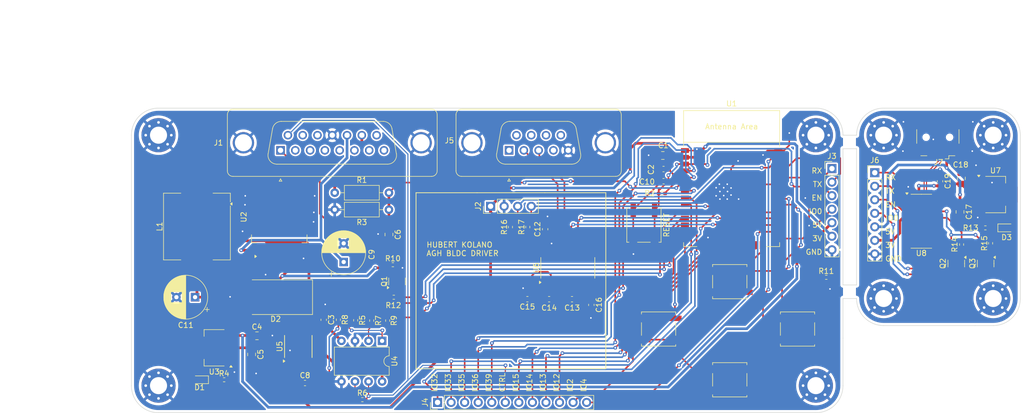
<source format=kicad_pcb>
(kicad_pcb (version 20240108) (generator "pcbnew") (generator_version "8.0")
  (layers (0 "F.Cu" signal) (31 "B.Cu" signal) (34 "B.Paste" user) (35 "F.Paste" user) (36 "B.SilkS" user "B.Silkscreen") (37 "F.SilkS" user "F.Silkscreen") (38 "B.Mask" user) (39 "F.Mask" user) (44 "Edge.Cuts" user))
  (net 0 "")
  (net 1 "GND")
  (net 2 "+3.3V")
  (net 3 "-5V")
  (net 4 "+5V")
  (net 5 "/RPM DIVIDED")
  (net 6 "Net-(U5-CAP+)")
  (net 7 "Net-(U5-CAP-)")
  (net 8 "+24V")
  (net 9 "/EN")
  (net 10 "Net-(U6-C2-)")
  (net 11 "Net-(U6-C2+)")
  (net 12 "Net-(U6-C1+)")
  (net 13 "Net-(U6-C1-)")
  (net 14 "Net-(U6-VS+)")
  (net 15 "Net-(U6-VS-)")
  (net 16 "GND1")
  (net 17 "/+5V USB")
  (net 18 "/+3.3V USB")
  (net 19 "Net-(D1-K)")
  (net 20 "Net-(D2-K)")
  (net 21 "Net-(D3-K)")
  (net 23 "/RPM")
  (net 26 "/CTRL")
  (net 33 "/DIR")
  (net 35 "/SCL")
  (net 36 "/SDA")
  (net 37 "/U0RX")
  (net 38 "/U0TX")
  (net 39 "/GPIO0")
  (net 40 "/IO33")
  (net 41 "/IO12")
  (net 42 "/IO32")
  (net 43 "/IO4")
  (net 44 "/IO14")
  (net 45 "/IO36")
  (net 46 "/IO35")
  (net 47 "/IO13")
  (net 48 "/IO39")
  (net 49 "/IO2")
  (net 50 "/IO15")
  (net 56 "/T1OUT")
  (net 58 "/R1IN")
  (net 59 "/EN USB")
  (net 60 "/U0RX USB")
  (net 61 "/GPIO0 USB")
  (net 62 "/U0TX USB")
  (net 63 "Net-(Q1-G)")
  (net 64 "/RTS")
  (net 65 "Net-(Q2-G)")
  (net 66 "Net-(Q3-G)")
  (net 67 "/DTR")
  (net 68 "Net-(R5-Pad2)")
  (net 69 "Net-(U4A--)")
  (net 70 "Net-(U4B--)")
  (net 71 "/DAC1")
  (net 72 "/DAC2")
  (net 73 "Net-(R11-Pad1)")
  (net 74 "/DIR control")
  (net 75 "/SW1")
  (net 76 "/SW2")
  (net 77 "/SW3")
  (net 78 "/SW4")
  (net 79 "/U2RX")
  (net 80 "/U2TX")
  (net 102 "/D+")
  (net 103 "/D-")
  (footprint "Resistor_SMD:R_0402_1005Metric_Pad0.72x0.64mm_HandSolder" (layer "F.Cu") (at 94.8925 85.0115 180)
    (property "Reference" "R12")
    (property "Value" "10k")
  )
  (footprint "MountingHole:MountingHole_3.2mm_M3_Pad_Via" (layer "F.Cu") (at 173.99 54.61)
    (property "Reference" "H3" (hide yes))
    (property "Value" "MountingHole")
  )
  (footprint "MountingHole:MountingHole_3.2mm_M3_Pad_Via" (layer "F.Cu") (at 186.69 54.61)
    (property "Reference" "H6" (hide yes))
    (property "Value" "MountingHole")
  )
  (footprint "Resistor_SMD:R_0402_1005Metric_Pad0.72x0.64mm_HandSolder" (layer "F.Cu") (at 63.0975 100.5)
    (property "Reference" "R4")
    (property "Value" "10k")
  )
  (footprint "Resistor_SMD:R_0402_1005Metric_Pad0.72x0.64mm_HandSolder" (layer "F.Cu") (at 89 104.238)
    (property "Reference" "R6")
    (property "Value" "10k")
  )
  (footprint "Resistor_SMD:R_0402_1005Metric_Pad0.72x0.64mm_HandSolder" (layer "F.Cu") (at 90.75 89.3905 -90)
    (property "Reference" "R7")
    (property "Value" "10k")
  )
  (footprint "PCM_Espressif:SW_Push_1P1T_NO_CK_KSC6xxJ22" (layer "F.Cu") (at 157.85 100.5)
    (property "Reference" "SW3" (hide yes))
    (property "Value" "SW_Push")
  )
  (footprint "MountingHole:MountingHole_3.2mm_M3_Pad_Via" (layer "F.Cu") (at 186.69 85.25)
    (property "Reference" "H5" (hide yes))
    (property "Value" "MountingHole")
  )
  (footprint "Connector_PinHeader_2.54mm:PinHeader_1x04_P2.54mm_Vertical" (layer "F.Cu") (at 113.03 67.945 90)
    (property "Reference" "J2")
    (property "Value" "Display connectors")
  )
  (footprint "Package_SO:SOP-16_3.9x9.9mm_P1.27mm" (layer "F.Cu") (at 127.5 79.5 90)
    (property "Reference" "U6")
    (property "Value" "MAX3232")
  )
  (footprint "Connector_PinHeader_2.54mm:PinHeader_1x07_P2.54mm_Vertical" (layer "F.Cu") (at 177 60.875)
    (property "Reference" "J3")
    (property "Value" "Programmer IO")
  )
  (footprint "Connector_PinHeader_2.54mm:PinHeader_1x07_P2.54mm_Vertical" (layer "F.Cu") (at 185.025 61.65)
    (property "Reference" "J6")
    (property "Value" "Conn_01x07_Pin")
  )
  (footprint "MountingHole:MountingHole_3.2mm_M3_Pad_Via" (layer "F.Cu") (at 207.217944 85.25)
    (property "Reference" "H8" (hide yes))
    (property "Value" "MountingHole")
  )
  (footprint "Capacitor_SMD:C_0805_2012Metric_Pad1.18x1.45mm_HandSolder" (layer "F.Cu") (at 145.3095 58.42 180)
    (property "Reference" "C1")
    (property "Value" "22u")
  )
  (footprint "PCM_Espressif:SW_Push_1P1T_NO_CK_KSC6xxJ22" (layer "F.Cu") (at 141.764 71.48 90)
    (property "Reference" "RESET")
    (property "Value" "SW_Push")
  )
  (footprint "Resistor_SMD:R_0402_1005Metric_Pad0.72x0.64mm_HandSolder" (layer "F.Cu") (at 87.75 89.3355 90)
    (property "Reference" "R5")
    (property "Value" "7k5")
  )
  (footprint "Package_TO_SOT_SMD:TO-263-5_TabPin3" (layer "F.Cu") (at 73.425 69.965 90)
    (property "Reference" "U2")
    (property "Value" "LM2596S-5")
  )
  (footprint "Inductor_SMD:L_Coilcraft_MSS1278T-XXX" (layer "F.Cu") (at 58 71.75 -90)
    (property "Reference" "L1")
    (property "Value" "33u")
  )
  (footprint "MountingHole:MountingHole_3.2mm_M3_Pad_Via" (layer "F.Cu") (at 173.99 101.6)
    (property "Reference" "H4" (hide yes))
    (property "Value" "MountingHole")
  )
  (footprint "Package_SO:SOIC-16_3.9x9.9mm_P1.27mm" (layer "F.Cu") (at 193.75 70.75)
    (property "Reference" "U8")
    (property "Value" "CH340C")
  )
  (footprint "Capacitor_SMD:C_0603_1608Metric_Pad1.08x0.95mm_HandSolder" (layer "F.Cu") (at 124 85.378)
    (property "Reference" "C14")
    (property "Value" "0.1u")
  )
  (footprint "Package_TO_SOT_SMD:SOT-23" (layer "F.Cu") (at 205.8 78.6875 -90)
    (property "Reference" "Q3")
    (property "Value" "2N7002")
  )
  (footprint "Connector_PinHeader_2.54mm:PinHeader_1x12_P2.54mm_Vertical" (layer "F.Cu") (at 103.09 104.75 90)
    (property "Reference" "J4")
    (property "Value" "unused pins")
  )
  (footprint "Resistor_SMD:R_0402_1005Metric_Pad0.72x0.64mm_HandSolder" (layer "F.Cu") (at 116.75 71.8475 90)
    (property "Reference" "R16")
    (property "Value" "3k3")
  )
  (footprint "Capacitor_SMD:C_0805_2012Metric_Pad1.18x1.45mm_HandSolder" (layer "F.Cu") (at 68.25 95.75 -90)
    (property "Reference" "C5")
    (property "Value" "22u")
  )
  (footprint "Capacitor_SMD:C_0603_1608Metric_Pad1.08x0.95mm_HandSolder" (layer "F.Cu") (at 131.915 86.4525 -90)
    (property "Reference" "C16")
    (property "Value" "0.1u")
  )
  (footprint "Resistor_SMD:R_0402_1005Metric_Pad0.72x0.64mm_HandSolder" (layer "F.Cu") (at 205.75 72 180)
    (property "Reference" "R13")
    (property "Value" "10k")
  )
  (footprint "Connector_Dsub:DSUB-9_Female_Vertical_P2.77x2.84mm_MountingHoles" (layer "F.Cu") (at 116.495 57.45 180)
    (property "Reference" "J5")
    (property "Value" "DE9_Receptacle_MountingHoles")
  )
  (footprint "Package_SO:PowerIntegrations_SO-8" (layer "F.Cu") (at 77 94.25 90)
    (property "Reference" "U5")
    (property "Value" "ICL7660")
  )
  (footprint "Capacitor_SMD:C_0603_1608Metric_Pad1.08x0.95mm_HandSolder" (layer "F.Cu") (at 81.75 89.25 -90)
    (property "Reference" "C3")
    (property "Value" "0.1u")
  )
  (footprint "Resistor_SMD:R_0402_1005Metric_Pad0.72x0.64mm_HandSolder" (layer "F.Cu") (at 175.9325 81.28)
    (property "Reference" "R11")
    (property "Value" "10k")
  )
  (footprint "Resistor_THT:R_Axial_DIN0207_L6.3mm_D2.5mm_P10.16mm_Horizontal" (layer "F.Cu") (at 93.98 68.58 180)
    (property "Reference" "R3")
    (property "Value" "1k6")
  )
  (footprint "Diode_SMD:D_SMC_Handsoldering" (layer "F.Cu") (at 72.75 85 180)
    (property "Reference" "D2")
    (property "Value" "B320")
  )
  (footprint "Capacitor_THT:CP_Radial_D8.0mm_P3.50mm" (layer "F.Cu") (at 85.5 78.402651 90)
    (property "Reference" "C9")
    (property "Value" "220u/35v")
  )
  (footprint "Capacitor_SMD:C_0603_1608Metric_Pad1.08x0.95mm_HandSolder" (layer "F.Cu") (at 145.4415 63.246 180)
    (property "Reference" "C10")
    (property "Value" "0.1u")
  )
  (footprint "Capacitor_SMD:C_0603_1608Metric_Pad1.08x0.95mm_HandSolder" (layer "F.Cu") (at 119.925 85.378 180)
    (property "Reference" "C15")
    (property "Value" "0.1u")
  )
  (footprint "Resistor_SMD:R_0402_1005Metric_Pad0.72x0.64mm_HandSolder" (layer "F.Cu") (at 94.7135 78.9155)
    (property "Reference" "R10")
    (property "Value" "100")
  )
  (footprint "Package_TO_SOT_SMD:SOT-223" (layer "F.Cu") (at 61.25 94.5 180)
    (property "Reference" "U3")
    (property "Value" "AMS1117-3.3")
  )
  (footprint "Capacitor_SMD:C_0603_1608Metric_Pad1.08x0.95mm_HandSolder" (layer "F.Cu") (at 78.25 101.1125)
    (property "Reference" "C8")
    (property "Value" "0.1u")
  )
  (footprint "Diode_SMD:D_0603_1608Metric_Pad1.05x0.95mm_HandSolder" (layer "F.Cu") (at 209.75 72)
    (property "Reference" "D3")
    (property "Value" "RED")
  )
  (footprint "Capacitor_THT:CP_Radial_D8.0mm_P3.50mm" (layer "F.Cu") (at 57.652651 85 180)
    (property "Reference" "C11")
    (property "Value" "220u/35v")
  )
  (footprint "MountingHole:MountingHole_3.2mm_M3_Pad_Via" (layer "F.Cu") (at 50.8 101.6)
    (property "Reference" "H1" (hide yes))
    (property "Value" "MountingHole")
  )
  (footprint "Capacitor_SMD:C_0603_1608Metric_Pad1.08x0.95mm_HandSolder" (layer "F.Cu") (at 128.2845 85.378)
    (property "Reference" "C13")
    (property "Value" "0.1u")
  )
  (footprint "Package_TO_SOT_SMD:SOT-23" (layer "F.Cu") (at 95.504 82.042 90)
    (property "Reference" "Q1")
    (property "Value" "2N7002")
  )
  (footprint "PCM_Espressif:SW_Push_1P1T_NO_CK_KSC6xxJ22" (layer "F.Cu") (at 144.515 90.975)
    (property "Reference" "SW5" (hide yes))
    (property "Value" "SW_Push")
  )
  (footprint "Connector_USB:USB_Mini-B_Wuerth_65100516121_Horizontal" (layer "F.Cu") (at 196.85 55 180)
    (property "Reference" "J7")
    (property "Value" "USB_B_Micro")
  )
  (footprint "Package_TO_SOT_SMD:SOT-23" (layer "F.Cu") (at 200.3 78.6875 -90)
    (property "Reference" "Q2")
    (property "Value" "2N7002")
  )
  (footprint "MountingHole:MountingHole_3.2mm_M3_Pad_Via" (layer "F.Cu") (at 207.217944 54.61)
    (property "Reference" "H7" (hide yes))
    (property "Value" "MountingHole")
  )
  (footprint "Resistor_SMD:R_0402_1005Metric_Pad0.72x0.64mm_HandSolder" (layer "F.Cu") (at 201.3 75.125 90)
    (property "Reference" "R14")
    (property "Value" "10k")
  )
  (footprint "Capacitor_SMD:C_0805_2012Metric_Pad1.18x1.45mm_HandSolder" (layer "F.Cu") (at 69.25 92.25)
    (property "Reference" "C4")
    (property "Value" "22u")
  )
  (footprint "Capacitor_SMD:C_0603_1608Metric_Pad1.08x0.95mm_HandSolder" (layer "F.Cu") (at 197.25 63.25 90)
    (property "Reference" "C19")
    (property "Value" "0.1u")
  )
  (footprint "MountingHole:MountingHole_3.2mm_M3_Pad_Via" (layer "F.Cu") (at 50.8 54.61)
    (property "Reference" "H2" (hide yes))
    (property "Value" "MountingHole")
  )
  (footprint "Capacitor_SMD:C_0805_2012Metric_Pad1.18x1.45mm_HandSolder" (layer "F.Cu") (at 201.25 62.7125 90)
    (property "Reference" "C18")
    (property "Value" "22u")
  )
  (footprint "Package_TO_SOT_SMD:SOT-223" (layer "F.Cu") (at 207.645 65.75)
    (property "Reference" "U7")
    (property "Value" "AMS1117-3.3")
  )
  (footprint "PCM_Espressif:SW_Push_1P1T_NO_CK_KSC6xxJ22" (layer "F.Cu") (at 170.55 90.975)
    (property "Reference" "SW4" (hide yes))
    (property "Value" "SW_Push")
  )
  (footprint "Resistor_SMD:R_0402_1005Metric_Pad0.72x0.64mm_HandSolder" (layer "F.Cu") (at 206.7375 74.8875 90)
    (property "Reference" "R15")
    (property "Value" "10k")
  )
  (footprint "PCM_Espressif:SW_Push_1P1T_NO_CK_KSC6xxJ22" (layer "F.Cu") (at 157.85 82.085)
    (property "Reference" "SW2" (hide yes))
    (property "Value" "SW_Push")
  )
  (footprint "Resistor_SMD:R_0402_1005Metric_Pad0.72x0.64mm_HandSolder" (layer "F.Cu") (at 120 71.8475 90)
    (property "Reference" "R17")
    (property "Value" "3k3")
  )
  (footprint "PCM_Espressif:ESP32-WROOM-32E" (layer "F.Cu") (at 158.2 64.5)
    (property "Reference" "U1")
    (property "Value" "ESP32-WROOM-E")
  )
  (footprint "Diode_SMD:D_0603_1608Metric_Pad1.05x0.95mm_HandSolder" (layer "F.Cu") (at 58.5 100.5 180)
    (property "Reference" "D1")
    (property "Value" "RED")
  )
  (footprint "Capacitor_SMD:C_0805_2012Metric_Pad1.18x1.45mm_HandSolder" (layer "F.Cu") (at 93.98 73.25 -90)
    (property "Reference" "C6")
    (property "Value" "22u")
  )
  (footprint "Connector_Dsub:DSUB-15_Female_Vertical_P2.77x2.84mm_MountingHoles" (layer "F.Cu") (at 73.665 57.45 180)
    (property "Reference" "J1")
    (property "Value" "DA15_Plug_MountingHoles")
  )
  (footprint "Resistor_THT:R_Axial_DIN0207_L6.3mm_D2.5mm_P10.16mm_Horizontal" (layer "F.Cu") (at 83.82 65.405)
    (property "Reference" "R1")
    (property "Value" "10k")
  )
  (footprint "Capacitor_SMD:C_0805_2012Metric_Pad1.18x1.45mm_HandSolder" (layer "F.Cu") (at 201 69 -90)
    (property "Reference" "C17")
    (property "Value" "22u")
  )
  (footprint "Package_DIP:DIP-8_W7.62mm" (layer "F.Cu") (at 92.7 93.2 -90)
    (property "Reference" "U4")
    (property "Value" "LM358")
  )
  (footprint "Resistor_SMD:R_0402_1005Metric_Pad0.72x0.64mm_HandSolder" (layer "F.Cu") (at 93.75 89.3905 -90)
    (property "Reference" "R9")
    (property "Value" "10k")
  )
  (footprint "Capacitor_SMD:C_0603_1608Metric_Pad1.08x0.95mm_HandSolder" (layer "F.Cu") (at 145.4415 60.96 180)
    (property "Reference" "C2")
    (property "Value" "0.1u")
  )
  (footprint "Resistor_SMD:R_0402_1005Metric_Pad0.72x0.64mm_HandSolder" (layer "F.Cu") (at 145.1356 65.532 180)
    (property "Reference" "R2")
    (property "Value" "10k")
  )
  (footprint "Resistor_SMD:R_0402_1005Metric_Pad0.72x0.64mm_HandSolder" (layer "F.Cu") (at 84.5 89.238 -90)
    (property "Reference" "R8")
    (property "Value" "10k")
  )
  (footprint "Capacitor_SMD:C_0603_1608Metric_Pad1.08x0.95mm_HandSolder" (layer "F.Cu") (at 123.25 72.25 90)
    (property "Reference" "C12")
    (property "Value" "0.1u")
  )
  (gr_line (start 99.06 65.405) (end 99.06 98.425) (stroke (width 0.15)) (layer "F.SilkS"))
  (gr_line (start 110.49 65.405) (end 99.06 65.405) (stroke (width 0.15)) (layer "F.SilkS"))
  (gr_line (start 134.62 65.405) (end 123.19 65.405) (stroke (width 0.15)) (layer "F.SilkS"))
  (gr_line (start 110.49 65.405) (end 123.19 65.405) (stroke (width 0.15)) (layer "F.SilkS"))
  (gr_line (start 134.62 98.425) (end 134.62 65.405) (stroke (width 0.15)) (layer "F.SilkS"))
  (gr_line (start 99.06 98.425) (end 134.62 98.425) (stroke (width 0.15)) (layer "F.SilkS"))
  (gr_line (start 203.835 90.33) (end 186.69 90.33) (stroke (width 0.1)) (layer "Edge.Cuts"))
  (gr_arc (start 45.72 54.61) (mid 47.207898 51.017898) (end 50.8 49.53) (stroke (width 0.1)) (layer "Edge.Cuts"))
  (gr_line (start 50.8 106.68) (end 173.99 106.68) (stroke (width 0.1)) (layer "Edge.Cuts"))
  (gr_line (start 212.297944 54.61) (end 212.297944 85.25) (stroke (width 0.1)) (layer "Edge.Cuts"))
  (gr_line (start 186.69 49.53) (end 203.835 49.53) (stroke (width 0.1)) (layer "Edge.Cuts"))
  (gr_arc (start 212.297944 85.25) (mid 210.810046 88.842102) (end 207.217944 90.33) (stroke (width 0.1)) (layer "Edge.Cuts"))
  (gr_line (start 203.835 49.53) (end 207.217944 49.53) (stroke (width 0.1)) (layer "Edge.Cuts"))
  (gr_line (start 181.61 57.15) (end 179.07 57.15) (stroke (width 0.1)) (layer "Edge.Cuts"))
  (gr_line (start 179.07 92.71) (end 179.07 85.25) (stroke (width 0.1)) (layer "Edge.Cuts"))
  (gr_line (start 179.07 85.25) (end 181.61 85.25) (stroke (width 0.1)) (layer "Edge.Cuts"))
  (gr_arc (start 173.99 49.53) (mid 177.582102 51.017898) (end 179.07 54.61) (stroke (width 0.1)) (layer "Edge.Cuts"))
  (gr_arc (start 207.217944 49.53) (mid 210.810046 51.017898) (end 212.297944 54.61) (stroke (width 0.1)) (layer "Edge.Cuts"))
  (gr_arc (start 181.61 54.61) (mid 183.097898 51.017898) (end 186.69 49.53) (stroke (width 0.1)) (layer "Edge.Cuts"))
  (gr_line (start 181.61 82.71) (end 179.07 82.71) (stroke (width 0.1)) (layer "Edge.Cuts"))
  (gr_line (start 179.07 82.71) (end 179.07 57.15) (stroke (width 0.1)) (layer "Edge.Cuts"))
  (gr_arc (start 186.69 90.33) (mid 183.097898 88.842102) (end 181.61 85.25) (stroke (width 0.1)) (layer "Edge.Cuts"))
  (gr_line (start 181.61 82.71) (end 181.61 57.15) (stroke (width 0.1)) (layer "Edge.Cuts"))
  (gr_line (start 45.72 54.61) (end 45.72 101.6) (stroke (width 0.1)) (layer "Edge.Cuts"))
  (gr_line (start 203.835 90.33) (end 207.217944 90.33) (stroke (width 0.1)) (layer "Edge.Cuts"))
  (gr_line (start 173.99 49.53) (end 50.8 49.53) (stroke (width 0.1)) (layer "Edge.Cuts"))
  (gr_arc (start 179.07 101.6) (mid 177.582102 105.192102) (end 173.99 106.68) (stroke (width 0.1)) (layer "Edge.Cuts"))
  (gr_line (start 179.07 54.61) (end 181.61 54.61) (stroke (width 0.1)) (layer "Edge.Cuts"))
  (gr_arc (start 50.8 106.68) (mid 47.207898 105.192102) (end 45.72 101.6) (stroke (width 0.1)) (layer "Edge.Cuts"))
  (gr_line (start 179.07 101.6) (end 179.07 92.71) (stroke (width 0.1)) (layer "Edge.Cuts"))
  (gr_text "TX" (at 186.905 65.67 0) (layer "F.SilkS") (effects (font (size 1 1)) (justify left bottom)))
  (gr_text "IO0" (at 186.905 70.75 0) (layer "F.SilkS") (effects (font (size 1 1)) (justify left bottom)))
  (gr_text "IO32" (at 103.124 102.87 90) (layer "F.SilkS") (effects (font (size 1 1)) (justify left bottom)))
  (gr_text "IO0" (at 175.25 69.495 0) (layer "F.SilkS") (effects (font (size 1 1)) (justify right bottom)))
  (gr_text "EN" (at 175.25 66.955 0) (layer "F.SilkS") (effects (font (size 1 1)) (justify right bottom)))
  (gr_text "5V" (at 186.905 73.29 0) (layer "F.SilkS") (effects (font (size 1 1)) (justify left bottom)))
  (gr_text "RX" (at 186.905 63.13 0) (layer "F.SilkS") (effects (font (size 1 1)) (justify left bottom)))
  (gr_text "GND" (at 175.25 77.115 0) (layer "F.SilkS") (effects (font (size 1 1)) (justify right bottom)))
  (gr_text "IO39" (at 113.284 102.87 90) (layer "F.SilkS") (effects (font (size 1 1)) (justify left bottom)))
  (gr_text "IO12" (at 125.984 102.87 90) (layer "F.SilkS") (effects (font (size 1 1)) (justify left bottom)))
  (gr_text "3V" (at 186.905 75.83 0) (layer "F.SilkS") (effects (font (size 1 1)) (justify left bottom)))
  (gr_text "TX" (at 175.25 64.415 0) (layer "F.SilkS") (effects (font (size 1 1)) (justify right bottom)))
  (gr_text "GND" (at 186.905 78.37 0) (layer "F.SilkS") (effects (font (size 1 1)) (justify left bottom)))
  (gr_text "3V" (at 175.25 74.575 0) (layer "F.SilkS") (effects (font (size 1 1)) (justify right bottom)))
  (gr_text "IO15" (at 118.364 102.87 90) (layer "F.SilkS") (effects (font (size 1 1)) (justify left bottom)))
  (gr_text "IO13" (at 123.444 102.87 90) (layer "F.SilkS") (effects (font (size 1 1)) (justify left bottom)))
  (gr_text "EN" (at 186.905 68.21 0) (layer "F.SilkS") (effects (font (size 1 1)) (justify left bottom)))
  (gr_text "IO36" (at 110.744 102.87 90) (layer "F.SilkS") (effects (font (size 1 1)) (justify left bottom)))
  (gr_text "HUBERT KOLANO\nAGH BLDC DRIVER" (at 100.9396 77.3684 0) (layer "F.SilkS") (effects (font (size 1 1)) (justify left bottom)))
  (gr_text "IO35" (at 108.204 102.87 90) (layer "F.SilkS") (effects (font (size 1 1)) (justify left bottom)))
  (gr_text "IO4" (at 131.064 102.87 90) (layer "F.SilkS") (effects (font (size 1 1)) (justify left bottom)))
  (gr_text "CTRL" (at 115.824 102.87 90) (layer "F.SilkS") (effects (font (size 1 1)) (justify left bottom)))
  (gr_text "5V" (at 175.25 72.035 0) (layer "F.SilkS") (effects (font (size 1 1)) (justify right bottom)))
  (gr_text "RX" (at 175.25 61.875 0) (layer "F.SilkS") (effects (font (size 1 1)) (justify right bottom)))
  (gr_text "IO33" (at 105.664 102.87 90) (layer "F.SilkS") (effects (font (size 1 1)) (justify left bottom)))
  (gr_text "IO14" (at 120.904 102.87 90) (layer "F.SilkS") (effects (font (size 1 1)) (justify left bottom)))
  (gr_text "IO2" (at 128.524 102.87 90) (layer "F.SilkS") (effects (font (size 1 1)) (justify left bottom)))
  (segment (start 176.53 83.3628) (end 176.6316 83.4644) (width 0.3) (layer "F.Cu") (net 1))
  (segment (start 64.4 98.436) (end 65.024 99.06) (width 0.5) (layer "F.Cu") (net 1))
  (segment (start 70.65 66.04) (end 67.1068 66.04) (width 0.5) (layer "F.Cu") (net 1))
  (segment (start 159.512 66.5988) (end 158.1112 66.5988) (width 0.3) (layer "F.Cu") (net 1))
  (segment (start 164.9124 57.49) (end 164.084 58.3184) (width 0.3) (layer "F.Cu") (net 1))
  (segment (start 151.436628 57.49) (end 151.681914 57.244714) (width 0.3) (layer "F.Cu") (net 1))
  (segment (start 68.302 70.89) (end 66.548 72.644) (width 0.5) (layer "F.Cu") (net 1))
  (segment (start 168.5036 56.9976) (end 169.0116 56.4896) (width 0.3) (layer "F.Cu") (net 1))
  (segment (start 70.65 66.04) (end 68.326 66.04) (width 0.5) (layer "F.Cu") (net 1))
  (segment (start 144.579 63.765) (end 144.579 63.246) (width 0.3) (layer "F.Cu") (net 1))
  (segment (start 166.95 57.49) (end 164.9124 57.49) (width 0.3) (layer "F.Cu") (net 1))
  (segment (start 78.1064 70.89) (end 79.9084 69.088) (width 0.5) (layer "F.Cu") (net 1))
  (segment (start 142.6972 58.42) (end 142.6464 58.3692) (width 0.3) (layer "F.Cu") (net 1))
  (segment (start 96.454 82.9795) (end 96.454 79.568) (width 0.3) (layer "F.Cu") (net 1))
  (segment (start 76.2 66.04) (end 80.01 66.04) (width 0.5) (layer "F.Cu") (net 1))
  (segment (start 123.25 71.3875) (end 123.25 70.298) (width 0.3) (layer "F.Cu") (net 1))
  (segment (start 73.425 77.615) (end 73.425 79.915) (width 0.5) (layer "F.Cu") (net 1))
  (segment (start 77.094 95.504) (end 75.946 95.504) (width 0.5) (layer "F.Cu") (net 1))
  (segment (start 80.01 66.04) (end 80.0608 65.9892) (width 0.5) (layer "F.Cu") (net 1))
  (segment (start 70.65 70.89) (end 70.2296 70.89) (width 0.5) (layer "F.Cu") (net 1))
  (segment (start 149.45 57.49) (end 151.436628 57.49) (width 0.3) (layer "F.Cu") (net 1))
  (segment (start 144.579 63.246) (end 144.579 60.96) (width 0.3) (layer "F.Cu") (net 1))
  (segment (start 70.2875 92.25) (end 72.088 92.25) (width 0.5) (layer "F.Cu") (net 1))
  (segment (start 158.1 60.7464) (end 158.1 63.81) (width 0.3) (layer "F.Cu") (net 1))
  (segment (start 172.72 71.5772) (end 172.72 67.1068) (width 0.3) (layer "F.Cu") (net 1))
  (segment (start 64.2736 85) (end 64.2112 84.9376) (width 0.5) (layer "F.Cu") (net 1))
  (segment (start 152.48 75.25) (end 152.48 74.2) (width 0.3) (layer "F.Cu") (net 1))
  (segment (start 131.915 88.811) (end 131.826 88.9) (width 0.3) (layer "F.Cu") (net 1))
  (segment (start 93.0835 74.2875) (end 91.948 73.152) (width 0.3) (layer "F.Cu") (net 1))
  (segment (start 77.635 96.975) (end 77.635 96.045) (width 0.5) (layer "F.Cu") (net 1))
  (segment (start 139.764 68.58) (end 144.579 63.765) (width 0.3) (layer "F.Cu") (net 1))
  (segment (start 172.72 67.1068) (end 172.0088 66.3956) (width 0.3) (layer "F.Cu") (net 1))
  (segment (start 144.272 58.42) (end 144.272 60.653) (width 0.3) (layer "F.Cu") (net 1))
  (segment (start 63.695 100.5) (end 63.695 100.389) (width 0.5) (layer "F.Cu") (net 1))
  (segment (start 176.53 81.28) (end 176.53 83.3628) (width 0.3) (layer "F.Cu") (net 1))
  (segment (start 76.2 70.89) (end 78.1064 70.89) (width 0.5) (layer "F.Cu") (net 1))
  (segment (start 139.764 74.38) (end 139.764 76.8736) (width 0.3) (layer "F.Cu") (net 1))
  (segment (start 70.65 70.89) (end 79.8336 70.89) (width 0.5) (layer "F.Cu") (net 1))
  (segment (start 139.764 76.8736) (end 139.8016 76.9112) (width 0.3) (layer "F.Cu") (net 1))
  (segment (start 93.98 74.2875) (end 93.0835 74.2875) (width 0.3) (layer "F.Cu") (net 1))
  (segment (start 64.4 96.8) (end 64.4 98.436) (width 0.5) (layer "F.Cu") (net 1))
  (segment (start 119.0625 83.3755) (end 119.126 83.312) (width 0.3) (layer "F.Cu") (net 1))
  (segment (start 72.568 80.772) (end 70.866 80.772) (width 0.5) (layer "F.Cu") (net 1))
  (segment (start 81.75 88.3875) (end 81.75 86.652) (width 0.5) (layer "F.Cu") (net 1))
  (segment (start 73.425 79.915) (end 72.568 80.772) (width 0.5) (layer "F.Cu") (net 1))
  (segment (start 70.2296 70.89) (end 67.0052 67.6656) (width 0.5) (layer "F.Cu") (net 1))
  (segment (start 77.635 96.045) (end 77.094 95.504) (width 0.5) (layer "F.Cu") (net 1))
  (segment (start 79.8336 70.89) (end 79.8576 70.866) (width 0.5) (layer "F.Cu") (net 1))
  (segment (start 70.65 70.89) (end 68.302 70.89) (width 0.5) (layer "F.Cu") (net 1))
  (segment (start 77.869 77.615) (end 77.978 77.724) (width 0.5) (layer "F.Cu") (net 1))
  (segment (start 119.0625 85.378) (end 119.0625 83.3755) (width 0.3) (layer "F.Cu") (net 1))
  (segment (start 68.35 85) (end 64.2736 85) (width 0.5) (layer "F.Cu") (net 1))
  (segment (start 152.48 74.2) (end 152.8676 73.8124) (width 0.3) (layer "F.Cu") (net 1))
  (segment (start 96.454 79.568) (end 96.52 79.502) (width 0.3) (layer "F.Cu") (net 1))
  (segment (start 139.764 68.58) (end 139.764 74.38) (width 0.3) (layer "F.Cu") (net 1))
  (segment (start 76.825 77.615) (end 77.869 77.615) (width 0.5) (layer "F.Cu") (net 1))
  (segment (start 124.325 75.065) (end 124.46 74.93) (width 0.3) (layer "F.Cu") (net 1))
  (segment (start 75.946 95.504) (end 75.438 94.996) (width 0.5) (layer "F.Cu") (net 1))
  (segment (start 144.272 58.42) (end 142.6972 58.42) (width 0.3) (layer "F.Cu") (net 1))
  (segment (start 144.272 60.653) (end 144.579 60.96) (width 0.3) (layer "F.Cu") (net 1))
  (segment (start 72.088 92.25) (end 72.136 92.202) (width 0.5) (layer "F.Cu") (net 1))
  (segment (start 169.0116 56.4896) (end 169.0116 54.2036) (width 0.3) (layer "F.Cu") (net 1))
  (segment (start 123.25 70.298) (end 123.698 69.85) (width 0.3) (layer "F.Cu") (net 1))
  (segment (start 159.4104 59.436) (end 158.1 60.7464) (width 0.3) (layer "F.Cu") (net 1))
  (segment (start 68.25 96.7875) (end 68.25 98.476) (width 0.5) (layer "F.Cu") (net 1))
  (segment (start 124.325 77) (end 124.325 75.065) (width 0.3) (layer "F.Cu") (net 1))
  (segment (start 68.25 98.476) (end 69.088 99.314) (width 0.5) (layer "F.Cu") (net 1))
  (segment (start 67.1068 66.04) (end 67.056 65.9892) (width 0.5) (layer "F.Cu") (net 1))
  (segment (start 63.695 100.389) (end 65.024 99.06) (width 0.5) (layer "F.Cu") (net 1))
  (segment (start 158.1112 66.5988) (end 158.1 66.61) (width 0.3) (layer "F.Cu") (net 1))
  (segment (start 152.8676 73.8124) (end 153.7716 73.8124) (width 0.3) (layer "F.Cu") (net 1))
  (segment (start 166.95 57.49) (end 168.0112 57.49) (width 0.3) (layer "F.Cu") (net 1))
  (segment (start 168.0112 57.49) (end 168.5036 56.9976) (width 0.3) (layer "F.Cu") (net 1))
  (segment (start 81.75 86.652) (end 82.042 86.36) (width 0.5) (layer "F.Cu") (net 1))
  (segment (start 131.915 87.315) (end 131.915 88.811) (width 0.3) (layer "F.Cu") (net 1))
  (via (at 164.084 58.3184) (size 0.7) (drill 0.3) (layers "F.Cu" "B.Cu") (net 1))
  (via (at 82.042 86.36) (size 0.7) (drill 0.3) (layers "F.Cu" "B.Cu") (net 1))
  (via (at 70.866 80.772) (size 0.7) (drill 0.3) (layers "F.Cu" "B.Cu") (net 1))
  (via (at 151.681914 57.244714) (size 0.7) (drill 0.3) (layers "F.Cu" "B.Cu") (net 1))
  (via (at 139.8016 76.9112) (size 0.7) (drill 0.3) (layers "F.Cu" "B.Cu") (net 1))
  (via (at 77.978 77.724) (size 0.7) (drill 0.3) (layers "F.Cu" "B.Cu") (net 1))
  (via (at 69.088 99.314) (size 0.7) (drill 0.3) (layers "F.Cu" "B.Cu") (net 1))
  (via (at 131.826 88.9) (size 0.7) (drill 0.3) (layers "F.Cu" "B.Cu") (net 1))
  (via (at 157.4292 65.1764) (size 0.7) (drill 0.3) (layers "F.Cu" "B.Cu") (net 1))
  (via (at 72.136 92.202) (size 0.7) (drill 0.3) (layers "F.Cu" "B.Cu") (net 1))
  (via (at 96.52 79.502) (size 0.7) (drill 0.3) (layers "F.Cu" "B.Cu") (net 1))
  (via (at 158.0896 65.8368) (size 0.7) (drill 0.3) (layers "F.Cu" "B.Cu") (net 1))
  (via (at 67.0052 67.6656) (size 0.7) (drill 0.3) (layers "F.Cu" "B.Cu") (net 1))
  (via (at 156.0068 66.5988) (size 0.7) (drill 0.3) (layers "F.Cu" "B.Cu") (net 1))
  (via (at 156.0068 65.1764) (size 0.7) (drill 0.3) (layers "F.Cu" "B.Cu") (net 1))
  (via (at 80.0608 65.9892) (size 0.7) (drill 0.3) (layers "F.Cu" "B.Cu") (net 1))
  (via (at 159.512 66.5988) (size 0.7) (drill 0.3) (layers "F.Cu" "B.Cu") (net 1))
  (via (at 91.948 73.152) (size 0.7) (drill 0.3) (layers "F.Cu" "B.Cu") (net 1))
  (via (at 156.718 65.9384) (size 0.7) (drill 0.3) (layers "F.Cu" "B.Cu") (net 1))
  (via (at 157.3784 66.5988) (size 0.7) (drill 0.3) (layers "F.Cu" "B.Cu") (net 1))
  (via (at 158.0896 64.516) (size 0.7) (drill 0.3) (layers "F.Cu" "B.Cu") (net 1))
  (via (at 79.8576 70.866) (size 0.7) (drill 0.3) (layers "F.Cu" "B.Cu") (net 1))
  (via (at 172.72 71.5772) (size 0.7) (drill 0.3) (layers "F.Cu" "B.Cu") (net 1))
  (via (at 124.46 74.93) (size 0.7) (drill 0.3) (layers "F.Cu" "B.Cu") (net 1))
  (via (at 66.548 72.644) (size 0.7) (drill 0.3) (layers "F.Cu" "B.Cu") (net 1))
  (via (at 119.126 83.312) (size 0.7) (drill 0.3) (layers "F.Cu" "B.Cu") (net 1))
  (via (at 172.0088 66.3956) (size 0.7) (drill 0.3) (layers "F.Cu" "B.Cu") (net 1))
  (via (at 155.9052 63.8048) (size 0.7) (drill 0.3) (layers "F.Cu" "B.Cu") (net 1))
  (via (at 153.7716 73.8124) (size 0.7) (drill 0.3) (layers "F.Cu" "B.Cu") (net 1))
  (via (at 169.0116 54.2036) (size 0.7) (drill 0.3) (layers "F.Cu" "B.Cu") (net 1))
  (via (at 79.9084 69.088) (size 0.7) (drill 0.3) (layers "F.Cu" "B.Cu") (net 1))
  (via (at 156.718 64.4652) (size 0.7) (drill 0.3) (layers "F.Cu" "B.Cu") (net 1))
  (via (at 142.6464 58.3692) (size 0.7) (drill 0.3) (layers "F.Cu" "B.Cu") (net 1))
  (via (at 123.698 69.85) (size 0.7) (drill 0.3) (layers "F.Cu" "B.Cu") (net 1))
  (via (at 67.056 65.9892) (size 0.7) (drill 0.3) (layers "F.Cu" "B.Cu") (net 1))
  (via (at 75.438 94.996) (size 0.7) (drill 0.3) (layers "F.Cu" "B.Cu") (net 1))
  (via (at 65.024 99.06) (size 0.7) (drill 0.3) (layers "F.Cu" "B.Cu") (net 1))
  (via (at 176.6316 83.4644) (size 0.7) (drill 0.3) (layers "F.Cu" "B.Cu") (net 1))
  (via (at 64.2112 84.9376) (size 0.7) (drill 0.3) (layers "F.Cu" "B.Cu") (net 1))
  (via (at 155.2956 64.4652) (size 0.7) (drill 0.3) (layers "F.Cu" "B.Cu") (net 1))
  (via (at 157.3784 63.8048) (size 0.7) (drill 0.3) (layers "F.Cu" "B.Cu") (net 1))
  (via (at 155.2956 65.9892) (size 0.7) (drill 0.3) (layers "F.Cu" "B.Cu") (net 1))
  (via (at 159.4104 59.436) (size 0.7) (drill 0.3) (layers "F.Cu" "B.Cu") (net 1))
  (segment (start 153.7716 73.8124) (end 159.512 68.072) (width 0.3) (layer "B.Cu") (net 1))
  (segment (start 96.52 79.502) (end 96.52 79.756) (width 0.3) (layer "B.Cu") (net 1))
  (segment (start 159.512 68.072) (end 159.512 66.5988) (width 0.3) (layer "B.Cu") (net 1))
  (segment (start 131.826 88.9) (end 131.826 88.646) (width 0.3) (layer "B.Cu") (net 1))
  (segment (start 147.1915 63.961784) (end 147.1915 61.8475) (width 0.3) (layer "F.Cu") (net 2))
  (segment (start 94.234 105.664) (end 113.03 86.868) (width 0.5) (layer "F.Cu") (net 2))
  (segment (start 146.347 58.42) (end 146.347 60.917) (width 0.5) (layer "F.Cu") (net 2))
  (segment (start 123 74.25) (end 123.055 74.305) (width 0.5) (layer "F.Cu") (net 2))
  (segment (start 113.03 86.868) (end 113.03 67.945) (width 0.5) (layer "F.Cu") (net 2))
  (segment (start 64.4 94.5) (end 68.0375 94.5) (width 0.5) (layer "F.Cu") (net 2))
  (segment (start 120.695 72.445) (end 121.3625 73.1125) (width 0.5) (layer "F.Cu") (net 2))
  (segment (start 120 72.445) (end 116.75 72.445) (width 0.5) (layer "F.Cu") (net 2))
  (segment (start 145.7331 65.532) (end 145.7331 65.420184) (width 0.3) (layer "F.Cu") (net 2))
  (segment (start 147.1915 61.8475) (end 146.304 60.96) (width 0.3) (layer "F.Cu") (net 2))
  (segment (start 57.625 99.093) (end 57.625 100.5) (width 0.5) (layer "F.Cu") (net 2))
  (segment (start 79.2015 105.664) (end 94.234 105.664) (width 0.5) (layer "F.Cu") (net 2))
  (segment (start 123.25 74) (end 123 74.25) (width 0.5) (layer "F.Cu") (net 2))
  (segment (start 153.289 56.769) (end 151.298 58.76) (width 0.5) (layer "F.Cu") (net 2))
  (segment (start 116.75 72.445) (end 116.430001 72.445) (width 0.5) (layer "F.Cu") (net 2))
  (segment (start 123.25 73.1125) (end 123.25 74) (width 0.5) (layer "F.Cu") (net 2))
  (segment (start 68.0375 94.5) (end 68.25 94.7125) (width 0.5) (layer "F.Cu") (net 2))
  (segment (start 148.422 58.76) (end 149.45 58.76) (width 0.5) (layer "F.Cu") (net 2))
  (segment (start 116.430001 72.445) (end 113.03 69.044999) (width 0.5) (layer "F.Cu") (net 2))
  (segment (start 116.459 64.516) (end 117.348 64.516) (width 0.5) (layer "F.Cu") (net 2))
  (segment (start 123.055 74.305) (end 123.055 77) (width 0.5) (layer "F.Cu") (net 2))
  (segment (start 139.192 57.15) (end 140.208 56.134) (width 0.5) (layer "F.Cu") (net 2))
  (segment (start 68.25 94.7125) (end 79.2015 105.664) (width 0.5) (layer "F.Cu") (net 2))
  (segment (start 140.208 56.134) (end 145.542 56.134) (width 0.5) (layer "F.Cu") (net 2))
  (segment (start 121.3625 73.1125) (end 123.25 73.1125) (width 0.5) (layer "F.Cu") (net 2))
  (segment (start 62.218 94.5) (end 57.625 99.093) (width 0.5) (layer "F.Cu") (net 2))
  (segment (start 64.4 94.5) (end 62.218 94.5) (width 0.5) (layer "F.Cu") (net 2))
  (segment (start 151.298 58.76) (end 149.45 58.76) (width 0.5) (layer "F.Cu") (net 2))
  (segment (start 139.192 61.468) (end 139.192 57.15) (width 0.5) (layer "F.Cu") (net 2))
  (segment (start 146.347 58.42) (end 148.082 58.42) (width 0.5) (layer "F.Cu") (net 2))
  (segment (start 148.082 58.42) (end 148.422 58.76) (width 0.5) (layer "F.Cu") (net 2))
  (segment (start 145.7331 65.420184) (end 147.1915 63.961784) (width 0.3) (layer "F.Cu") (net 2))
  (segment (start 145.542 56.134) (end 146.347 56.939) (width 0.5) (layer "F.Cu") (net 2))
  (segment (start 113.03 67.945) (end 116.459 64.516) (width 0.5) (layer "F.Cu") (net 2))
  (segment (start 120 72.445) (end 120.695 72.445) (width 0.5) (layer "F.Cu") (net 2))
  (segment (start 146.347 60.917) (end 146.304 60.96) (width 0.5) (layer "F.Cu") (net 2))
  (segment (start 146.347 56.939) (end 146.347 58.42) (width 0.5) (layer "F.Cu") (net 2))
  (segment (start 113.03 69.044999) (end 113.03 67.945) (width 0.5) (layer "F.Cu") (net 2))
  (via (at 117.348 64.516) (size 0.7) (drill 0.3) (layers "F.Cu" "B.Cu") (net 2))
  (via (at 139.192 61.468) (size 0.7) (drill 0.3) (layers "F.Cu" "B.Cu") (net 2))
  (via (at 153.289 56.769) (size 0.7) (drill 0.3) (layers "F.Cu" "B.Cu") (net 2))
  (segment (start 136.144 64.516) (end 139.192 61.468) (width 0.5) (layer "B.Cu") (net 2))
  (segment (start 117.348 64.516) (end 136.144 64.516) (width 0.5) (layer "B.Cu") (net 2))
  (segment (start 170.434 67.009) (end 177 73.575) (width 0.5) (layer "B.Cu") (net 2))
  (segment (start 153.289 56.769) (end 153.858 56.2) (width 0.5) (layer "B.Cu") (net 2))
  (segment (start 170.434 56.642) (end 170.434 67.009) (width 0.5) (layer "B.Cu") (net 2))
  (segment (start 169.992 56.2) (end 170.434 56.642) (width 0.5) (layer "B.Cu") (net 2))
  (segment (start 153.858 56.2) (end 169.992 56.2) (width 0.5) (layer "B.Cu") (net 2))
  (segment (start 78.905 91.525) (end 80.3375 91.525) (width 0.5) (layer "F.Cu") (net 3))
  (segment (start 81.9925 90.1125) (end 85.08 93.2) (width 0.5) (layer "F.Cu") (net 3))
  (segment (start 81.75 90.1125) (end 81.9925 90.1125) (width 0.5) (layer "F.Cu") (net 3))
  (segment (start 80.3375 91.525) (end 81.75 90.1125) (width 0.5) (layer "F.Cu") (net 3))
  (segment (start 73.72 90.15) (end 68.854 90.15) (width 0.5) (layer "F.Cu") (net 4))
  (segment (start 83.566 97.282) (end 81.026 94.742) (width 0.5) (layer "F.Cu") (net 4))
  (segment (start 68.1625 92.2) (end 68.2125 92.25) (width 0.5) (layer "F.Cu") (net 4))
  (segment (start 93.5295 79.502) (end 94.116 78.9155) (width 0.5) (layer "F.Cu") (net 4))
  (segment (start 76.708 94.742) (end 75.095 93.129) (width 0.5) (layer "F.Cu") (net 4))
  (segment (start 75.095 93.129) (end 75.095 91.525) (width 0.5) (layer "F.Cu") (net 4))
  (segment (start 170.434 77.601) (end 177 71.035) (width 0.5) (layer "F.Cu") (net 4))
  (segment (start 58 76) (end 58 84.652651) (width 0.5) (layer "F.Cu") (net 4))
  (segment (start 59.25 85) (end 64.4 90.15) (width 0.5) (layer "F.Cu") (net 4))
  (segment (start 75.095 91.525) (end 73.72 90.15) (width 0.5) (layer "F.Cu") (net 4))
  (segment (start 170.434 79.248) (end 170.434 77.601) (width 0.5) (layer "F.Cu") (net 4))
  (segment (start 61.954 82.296) (end 59.25 85) (width 0.5) (layer "F.Cu") (net 4))
  (segment (start 64.4 90.15) (end 64.4 92.2) (width 0.5) (layer "F.Cu") (net 4))
  (segment (start 92.7 98.034) (end 91.948 97.282) (width 0.5) (layer "F.Cu") (net 4))
  (segment (start 91.44 79.502) (end 93.5295 79.502) (width 0.5) (layer "F.Cu") (net 4))
  (segment (start 91.948 97.282) (end 83.566 97.282) (width 0.5) (layer "F.Cu") (net 4))
  (segment (start 58 84.652651) (end 57.652651 85) (width 0.5) (layer "F.Cu") (net 4))
  (segment (start 75.125 77.615) (end 75.125 79.915) (width 0.5) (layer "F.Cu") (net 4))
  (segment (start 81.026 94.742) (end 76.708 94.742) (width 0.5) (layer "F.Cu") (net 4))
  (segment (start 68.2125 90.7915) (end 68.2125 92.25) (width 0.5) (layer "F.Cu") (net 4))
  (segment (start 92.7 100.82) (end 92.7 98.034) (width 0.5) (layer "F.Cu") (net 4))
  (segment (start 68.854 90.15) (end 68.2125 90.7915) (width 0.5) (layer "F.Cu") (net 4))
  (segment (start 177 71.035) (end 176.615 71.035) (width 0.5) (layer "F.Cu") (net 4))
  (segment (start 75.125 79.915) (end 74.014 81.026) (width 0.5) (layer "F.Cu") (net 4))
  (segment (start 72.744 82.296) (end 61.954 82.296) (width 0.5) (layer "F.Cu") (net 4))
  (segment (start 64.4 92.2) (end 68.1625 92.2) (width 0.5) (layer "F.Cu") (net 4))
  (segment (start 57.652651 85) (end 59.25 85) (width 0.5) (layer "F.Cu") (net 4))
  (segment (start 74.014 81.026) (end 72.744 82.296) (width 0.5) (layer "F.Cu") (net 4))
  (via (at 74.014 81.026) (size 0.7) (drill 0.3) (layers "F.Cu" "B.Cu") (net 4))
  (via (at 66.548 92.2) (size 0.7) (drill 0.3) (layers "F.Cu" "B.Cu") (net 4))
  (via (at 170.434 79.248) (size 0.7) (drill 0.3) (layers "F.Cu" "B.Cu") (net 4))
  (via (at 91.44 79.502) (size 0.7) (drill 0.3) (layers "F.Cu" "B.Cu") (net 4))
  (segment (start 94.234 105.664) (end 94.488 105.664) (width 0.5) (layer "B.Cu") (net 4))
  (segment (start 161.798 90.17) (end 170.434 81.534) (width 0.5) (layer "B.Cu") (net 4))
  (segment (start 157.226 90.932) (end 161.036 90.932) (width 0.5) (layer "B.Cu") (net 4))
  (segment (start 94.488 105.664) (end 98.298 101.854) (width 0.5) (layer "B.Cu") (net 4))
  (segment (start 66.548 100.838) (end 71.374 105.664) (width 0.5) (layer "B.Cu") (net 4))
  (segment (start 89.916 81.026) (end 91.44 79.502) (width 0.5) (layer "B.Cu") (net 4))
  (segment (start 71.374 105.664) (end 94.234 105.664) (width 0.5) (layer "B.Cu") (net 4))
  (segment (start 161.036 90.932) (end 161.798 90.17) (width 0.5) (layer "B.Cu") (net 4))
  (segment (start 170.434 81.534) (end 170.434 79.248) (width 0.5) (layer "B.Cu") (net 4))
  (segment (start 74.014 81.026) (end 89.916 81.026) (width 0.5) (layer "B.Cu") (net 4))
  (segment (start 98.298 101.854) (end 146.304 101.854) (width 0.5) (layer "B.Cu") (net 4))
  (segment (start 66.548 92.2) (end 66.548 100.838) (width 0.5) (layer "B.Cu") (net 4))
  (segment (start 146.304 101.854) (end 157.226 90.932) (width 0.5) (layer "B.Cu") (net 4))
  (segment (start 93.98 65.405) (end 93.98 68.58) (width 0.5) (layer "F.Cu") (net 5))
  (segment (start 135.128 63.246) (end 128.016 63.246) (width 0.3) (layer "F.Cu") (net 5))
  (segment (start 95.885 63.5) (end 93.98 65.405) (width 0.3) (layer "F.Cu") (net 5))
  (segment (start 148.504 63.84) (end 147.828 64.516) (width 0.3) (layer "F.Cu") (net 5))
  (segment (start 119.38 63.5) (end 95.885 63.5) (width 0.3) (layer "F.Cu") (net 5))
  (segment (start 139.192 64.262) (end 138.176 63.246) (width 0.3) (layer "F.Cu") (net 5))
  (segment (start 149.45 63.84) (end 148.504 63.84) (width 0.3) (layer "F.Cu") (net 5))
  (segment (start 93.98 68.58) (end 93.98 72.2125) (width 0.5) (layer "F.Cu") (net 5))
  (segment (start 138.176 63.246) (end 135.128 63.246) (width 0.3) (layer "F.Cu") (net 5))
  (via (at 147.828 64.516) (size 0.7) (drill 0.3) (layers "F.Cu" "B.Cu") (net 5))
  (via (at 119.38 63.5) (size 0.7) (drill 0.3) (layers "F.Cu" "B.Cu") (net 5))
  (via (at 128.016 63.246) (size 0.7) (drill 0.3) (layers "F.Cu" "B.Cu") (net 5))
  (via (at 139.192 64.262) (size 0.7) (drill 0.3) (layers "F.Cu" "B.Cu") (net 5))
  (segment (start 147.828 64.516) (end 139.446 64.516) (width 0.3) (layer "B.Cu") (net 5))
  (segment (start 119.634 63.246) (end 119.38 63.5) (width 0.3) (layer "B.Cu") (net 5))
  (segment (start 128.016 63.246) (end 119.634 63.246) (width 0.3) (layer "B.Cu") (net 5))
  (segment (start 139.446 64.516) (end 139.192 64.262) (width 0.3) (layer "B.Cu") (net 5))
  (segment (start 77.3875 101.1125) (end 76.365 100.09) (width 0.3) (layer "F.Cu") (net 6))
  (segment (start 76.365 100.09) (end 76.365 96.975) (width 0.3) (layer "F.Cu") (net 6))
  (segment (start 79.1125 98.6705) (end 78.905 98.463) (width 0.3) (layer "F.Cu") (net 7))
  (segment (start 79.1125 101.1125) (end 79.1125 98.6705) (width 0.3) (layer "F.Cu") (net 7))
  (segment (start 78.905 98.463) (end 78.905 96.975) (width 0.3) (layer "F.Cu") (net 7))
  (segment (start 68.61 76.2) (end 70.025 77.615) (width 0.5) (layer "F.Cu") (net 8))
  (segment (start 66.294 76.2) (end 68.61 76.2) (width 0.5) (layer "F.Cu") (net 8))
  (via (at 66.294 76.2) (size 0.7) (drill 0.3) (layers "F.Cu" "B.Cu") (net 8))
  (segment (start 81.25 74.152651) (end 81.399674 74.302326) (width 0.5) (layer "B.Cu") (net 8))
  (segment (start 81.399674 74.302326) (end 85.5 78.402651) (width 0.5) (layer "B.Cu") (net 8))
  (segment (start 86.13 54.61) (end 86.13 58.87) (width 0.5) (layer "B.Cu") (net 8))
  (segment (start 68.191674 74.302326) (end 66.294 76.2) (width 0.5) (layer "B.Cu") (net 8))
  (segment (start 81.25 63.75) (end 81.25 74.152651) (width 0.5) (layer "B.Cu") (net 8))
  (segment (start 86.13 58.87) (end 81.25 63.75) (width 0.5) (layer "B.Cu") (net 8))
  (segment (start 81.399674 74.302326) (end 68.191674 74.302326) (width 0.5) (layer "B.Cu") (net 8))
  (segment (start 144.5381 64.9853) (end 144.5381 65.532) (width 0.3) (layer "F.Cu") (net 9))
  (segment (start 144.526 64.9732) (end 144.5381 64.9853) (width 0.3) (layer "F.Cu") (net 9))
  (segment (start 144.5381 67.8059) (end 143.764 68.58) (width 0.3) (layer "F.Cu") (net 9))
  (segment (start 143.764 68.58) (end 143.764 74.38) (width 0.3) (layer "F.Cu") (net 9))
  (segment (start 146.3935 63.3355) (end 146.304 63.246) (width 0.3) (layer "F.Cu") (net 9))
  (segment (start 144.5381 65.532) (end 144.5381 67.8059) (width 0.3) (layer "F.Cu") (net 9))
  (segment (start 146.304 63.246) (end 144.7292 64.8208) (width 0.3) (layer "F.Cu") (net 9))
  (segment (start 148.4 60.03) (end 147.996 60.03) (width 0.3) (layer "F.Cu") (net 9))
  (segment (start 148.4 60.03) (end 149.45 60.03) (width 0.3) (layer "F.Cu") (net 9))
  (segment (start 153.67 60.198) (end 153.502 60.03) (width 0.3) (layer "F.Cu") (net 9))
  (segment (start 146.3548 62.1284) (end 146.3548 63.1952) (width 0.3) (layer "F.Cu") (net 9))
  (segment (start 146.3548 63.1952) (end 146.304 63.246) (width 0.3) (layer "F.Cu") (net 9))
  (segment (start 177 65.955) (end 175.307 64.262) (width 0.3) (layer "F.Cu") (net 9))
  (segment (start 144.526 64.8208) (end 144.526 64.9732) (width 0.3) (layer "F.Cu") (net 9))
  (segment (start 175.006 64.262) (end 169.926 64.262) (width 0.3) (layer "F.Cu") (net 9))
  (segment (start 169.926 64.262) (end 169.418 63.754) (width 0.3) (layer "F.Cu") (net 9))
  (segment (start 144.7292 64.8208) (end 144.526 64.8208) (width 0.3) (layer "F.Cu") (net 9))
  (segment (start 175.307 64.262) (end 175.006 64.262) (width 0.3) (layer "F.Cu") (net 9))
  (segment (start 153.502 60.03) (end 149.45 60.03) (width 0.3) (layer "F.Cu") (net 9))
  (segment (start 147.996 60.03) (end 147.9296 60.0964) (width 0.3) (layer "F.Cu") (net 9))
  (via (at 147.9296 60.0964) (size 0.7) (drill 0.3) (layers "F.Cu" "B.Cu") (net 9))
  (via (at 169.418 63.754) (size 0.7) (drill 0.3) (layers "F.Cu" "B.Cu") (net 9))
  (via (at 153.67 60.198) (size 0.7) (drill 0.3) (layers "F.Cu" "B.Cu") (net 9))
  (via (at 146.3548 62.1284) (size 0.7) (drill 0.3) (layers "F.Cu" "B.Cu") (net 9))
  (segment (start 168.91 57.15) (end 154.94 57.15) (width 0.3) (layer "B.Cu") (net 9))
  (segment (start 153.67 58.42) (end 153.67 60.198) (width 0.3) (layer "B.Cu") (net 9))
  (segment (start 147.9296 60.0964) (end 147.9296 60.5536) (width 0.3) (layer "B.Cu") (net 9))
  (segment (start 154.94 57.15) (end 153.67 58.42) (width 0.3) (layer "B.Cu") (net 9))
  (segment (start 169.418 63.754) (end 169.418 57.658) (width 0.3) (layer "B.Cu") (net 9))
  (segment (start 169.418 57.658) (end 168.91 57.15) (width 0.3) (layer "B.Cu") (net 9))
  (segment (start 147.9296 60.5536) (end 146.3548 62.1284) (width 0.3) (layer "B.Cu") (net 9))
  (segment (start 129.147 85.147) (end 128.135 84.135) (width 0.3) (layer "F.Cu") (net 10))
  (segment (start 129.147 85.378) (end 129.147 85.147) (width 0.3) (layer "F.Cu") (net 10))
  (segment (start 128.135 84.135) (end 128.135 82) (width 0.3) (layer "F.Cu") (net 10))
  (segment (start 127.422 85.378) (end 127.422 84.672) (width 0.3) (layer "F.Cu") (net 11))
  (segment (start 127.422 84.672) (end 126.865 84.115) (width 0.3) (layer "F.Cu") (net 11))
  (segment (start 126.865 84.115) (end 126.865 82) (width 0.3) (layer "F.Cu") (net 11))
  (segment (start 123.1375 85.378) (end 123.1375 82.0825) (width 0.3) (layer "F.Cu") (net 12))
  (segment (start 123.1375 82.0825) (end 123.055 82) (width 0.3) (layer "F.Cu") (net 12))
  (segment (start 124.8625 85.378) (end 125.595 84.6455) (width 0.3) (layer "F.Cu") (net 13))
  (segment (start 125.595 84.6455) (end 125.595 82) (width 0.3) (layer "F.Cu") (net 13))
  (segment (start 123.75 80.25) (end 124.325 80.825) (width 0.3) (layer "F.Cu") (net 14))
  (segment (start 120.7875 85.378) (end 120.7875 80.9625) (width 0.3) (layer "F.Cu") (net 14))
  (segment (start 121.5 80.25) (end 123.75 80.25) (width 0.3) (layer "F.Cu") (net 14))
  (segment (start 124.325 80.825) (end 124.325 82) (width 0.3) (layer "F.Cu") (net 14))
  (segment (start 120.7875 80.9625) (end 121.5 80.25) (width 0.3) (layer "F.Cu") (net 14))
  (segment (start 131.915 85.59) (end 129.405 83.08) (width 0.3) (layer "F.Cu") (net 15))
  (segment (start 129.405 83.08) (end 129.405 82) (width 0.3) (layer "F.Cu") (net 15))
  (segment (start 203.2125 70.0375) (end 201 70.0375) (width 0.5) (layer "F.Cu") (net 16))
  (segment (start 205.1525 70.9025) (end 204.3176 70.0676) (width 0.5) (layer "F.Cu") (net 16))
  (segment (start 191.275 66.305) (end 191.275 64.325) (width 0.3) (layer "F.Cu") (net 16))
  (segment (start 205.1525 72) (end 205.1525 70.9025) (width 0.5) (layer "F.Cu") (net 16))
  (segment (start 197.25 62.3875) (end 197.25 61) (width 0.5) (layer "F.Cu") (net 16))
  (segment (start 204.3176 70.0532) (end 204.3032 70.0532) (width 0.5) (layer "F.Cu") (net 16))
  (segment (start 204.3176 70.0676) (end 204.3176 70.0532) (width 0.5) (layer "F.Cu") (net 16))
  (segment (start 201.25 57.6) (end 203.3 57.6) (width 0.5) (layer "F.Cu") (net 16))
  (segment (start 196.05 57.6) (end 196.05 55.45) (width 0.5) (layer "F.Cu") (net 16))
  (segment (start 196.05 55.45) (end 196 55.4) (width 0.5) (layer "F.Cu") (net 16))
  (segment (start 204.6 63.45) (end 206.95 63.45) (width 0.5) (layer "F.Cu") (net 16))
  (segment (start 195.25 56.15) (end 196 55.4) (width 0.5) (layer "F.Cu") (net 16))
  (segment (start 206.95 63.45) (end 207 63.5) (width 0.5) (layer "F.Cu") (net 16))
  (segment (start 204.3032 70.0532) (end 204.25 70) (width 0.5) (layer "F.Cu") (net 16))
  (segment (start 201.25 61.675) (end 202.575 61.675) (width 0.5) (layer "F.Cu") (net 16))
  (segment (start 204.25 70) (end 203.25 70) (width 0.5) (layer "F.Cu") (net 16))
  (segment (start 192.45 57.6) (end 190.3 57.6) (width 0.5) (layer "F.Cu") (net 16))
  (segment (start 203.2125 70.0375) (end 203.25 70) (width 0.5) (layer "F.Cu") (net 16))
  (segment (start 202.575 61.675) (end 204 60.25) (width 0.5) (layer "F.Cu") (net 16))
  (segment (start 191.275 64.325) (end 191.3 64.3) (width 0.3) (layer "F.Cu") (net 16))
  (segment (start 195.25 57.6) (end 195.25 56.15) (width 0.5) (layer "F.Cu") (net 16))
  (segment (start 201.25 52.1) (end 203.4 52.1) (width 0.25) (layer "F.Cu") (net 16))
  (segment (start 192.45 52.1) (end 190.4 52.1) (width 0.5) (layer "F.Cu") (net 16))
  (via (at 203.4 52.1) (size 0.7) (drill 0.3) (layers "F.Cu" "B.Cu") (net 16))
  (via (at 207 63.5) (size 0.7) (drill 0.3) (layers "F.Cu" "B.Cu") (net 16))
  (via (at 190.3 57.6) (size 0.7) (drill 0.3) (layers "F.Cu" "B.Cu") (net 16))
  (via (at 191.3 64.3) (size 0.7) (drill 0.3) (layers "F.Cu" "B.Cu") (net 16))
  (via (at 203.3 57.6) (size 0.7) (drill 0.3) (layers "F.Cu" "B.Cu") (net 16))
  (via (at 196 55.4) (size 0.7) (drill 0.3) (layers "F.Cu" "B.Cu") (net 16))
  (via (at 197.25 61) (size 0.7) (drill 0.3) (layers "F.Cu" "B.Cu") (net 16))
  (via (at 190.4 52.1) (size 0.7) (drill 0.3) (layers "F.Cu" "B.Cu") (net 16))
  (via (at 204.3176 70.0532) (size 0.7) (drill 0.3) (layers "F.Cu" "B.Cu") (net 16))
  (via (at 204 60.25) (size 0.7) (drill 0.3) (layers "F.Cu" "B.Cu") (net 16))
  (segment (start 198.5 57.65) (end 198.45 57.6) (width 0.5) (layer "F.Cu") (net 17))
  (segment (start 201 67.9625) (end 204.4075 67.9625) (width 0.5) (layer "F.Cu") (net 17))
  (segment (start 204.4075 67.9625) (end 204.495 68.05) (width 0.5) (layer "F.Cu") (net 17))
  (segment (start 201 65.75) (end 201 67.9625) (width 0.5) (layer "F.Cu") (net 17))
  (segment (start 198.5 60.75) (end 198.5 57.65) (width 0.5) (layer "F.Cu") (net 17))
  (via (at 201 65.75) (size 0.7) (drill 0.3) (layers "F.Cu" "B.Cu") (net 17))
  (via (at 198.5 60.75) (size 0.7) (drill 0.3) (layers "F.Cu" "B.Cu") (net 17))
  (segment (start 187.5 71.1) (end 186.81 71.79) (width 0.5) (layer "B.Cu") (net 17))
  (segment (start 187.5 62.1) (end 187.5 71.1) (width 0.5) (layer "B.Cu") (net 17))
  (segment (start 201 63.25) (end 201 65.75) (width 0.5) (layer "B.Cu") (net 17))
  (segment (start 186.81 71.79) (end 185 71.79) (width 0.5) (layer "B.Cu") (net 17))
  (segment (start 198.5 60.75) (end 201 63.25) (width 0.5) (layer "B.Cu") (net 17))
  (segment (start 197.95 60.2) (end 189.4 60.2) (width 0.5) (layer "B.Cu") (net 17))
  (segment (start 198.45 60.7) (end 197.95 60.2) (width 0.5) (layer "B.Cu") (net 17))
  (segment (start 198.45 60.7) (end 198.5 60.75) (width 0.5) (layer "B.Cu") (net 17))
  (segment (start 189.4 60.2) (end 187.5 62.1) (width 0.5) (layer "B.Cu") (net 17))
  (segment (start 204.495 65.75) (end 203.25 65.75) (width 0.5) (layer "F.Cu") (net 18))
  (segment (start 201.25 63.75) (end 199.5 63.75) (width 0.5) (layer "F.Cu") (net 18))
  (segment (start 188.37 74.33) (end 185 74.33) (width 0.5) (layer "F.Cu") (net 18))
  (segment (start 197.25 65.28) (end 196.225 66.305) (width 0.5) (layer "F.Cu") (net 18))
  (segment (start 203.25 65.75) (end 201.25 63.75) (width 0.5) (layer "F.Cu") (net 18))
  (segment (start 199.5 63.75) (end 199.1375 64.1125) (width 0.5) (layer "F.Cu") (net 18))
  (segment (start 190.300001 70.115) (end 189.7 70.715001) (width 0.5) (layer "F.Cu") (net 18))
  (segment (start 193.3 64.1) (end 193.3 69.064999) (width 0.5) (layer "F.Cu") (net 18))
  (segment (start 192.249999 70.115) (end 191.275 70.115) (width 0.5) (layer "F.Cu") (net 18))
  (segment (start 196.1125 64.1125) (end 196.1 64.1) (width 0.5) (layer "F.Cu") (net 18))
  (segment (start 197.25 64.1125) (end 196.1125 64.1125) (width 0.5) (layer "F.Cu") (net 18))
  (segment (start 191.275 70.115) (end 190.300001 70.115) (width 0.5) (layer "F.Cu") (net 18))
  (segment (start 205.75 65.75) (end 210.625 70.625) (width 0.5) (layer "F.Cu") (net 18))
  (segment (start 193.3 69.064999) (end 192.249999 70.115) (width 0.5) (layer "F.Cu") (net 18))
  (segment (start 199.1375 64.1125) (end 197.25 64.1125) (width 0.5) (layer "F.Cu") (net 18))
  (segment (start 210.625 70.625) (end 210.625 72) (width 0.5) (layer "F.Cu") (net 18))
  (segment (start 204.495 65.75) (end 205.75 65.75) (width 0.5) (layer "F.Cu") (net 18))
  (segment (start 189.7 70.715001) (end 189.7 73) (width 0.5) (layer "F.Cu") (net 18))
  (segment (start 189.7 73) (end 188.37 74.33) (width 0.5) (layer "F.Cu") (net 18))
  (segment (start 197.25 64.1125) (end 197.25 65.28) (width 0.5) (layer "F.Cu") (net 18))
  (via (at 196.1 64.1) (size 0.7) (drill 0.3) (layers "F.Cu" "B.Cu") (net 18))
  (via (at 193.3 64.1) (size 0.7) (drill 0.3) (layers "F.Cu" "B.Cu") (net 18))
  (segment (start 196.1 64.1) (end 193.3 64.1) (width 0.5) (layer "B.Cu") (net 18))
  (segment (start 59.375 100.5) (end 62.5 100.5) (width 0.3) (layer "F.Cu") (net 19))
  (segment (start 71.725 77.615) (end 71.725 75.315) (width 0.5) (layer "F.Cu") (net 20))
  (segment (start 64.922 74.422) (end 58 67.5) (width 0.5) (layer "F.Cu") (net 20))
  (segment (start 71.086 74.676) (end 70.832 74.422) (width 0.5) (layer "F.Cu") (net 20))
  (segment (start 77.15 85) (end 78.994 83.156) (width 0.5) (layer "F.Cu") (net 20))
  (segment (start 71.725 75.315) (end 70.832 74.422) (width 0.5) (layer "F.Cu") (net 20))
  (segment (start 78.994 75.184) (end 78.486 74.676) (width 0.5) (layer "F.Cu") (net 20))
  (segment (start 70.832 74.422) (end 64.922 74.422) (width 0.5) (layer "F.Cu") (net 20))
  (segment (start 78.486 74.676) (end 71.086 74.676) (width 0.5) (layer "F.Cu") (net 20))
  (segment (start 78.994 83.156) (end 78.994 75.184) (width 0.5) (layer "F.Cu") (net 20))
  (segment (start 206.3475 72) (end 208.875 72) (width 0.25) (layer "F.Cu") (net 21))
  (segment (start 88.9 59.6) (end 88.9 54.61) (width 0.5) (layer "F.Cu") (net 23))
  (segment (start 83.82 65.405) (end 83.82 63.43) (width 0.5) (layer "F.Cu") (net 23))
  (segment (start 87.5 59.75) (end 88.75 59.75) (width 0.5) (layer "F.Cu") (net 23))
  (segment (start 83.82 63.43) (end 87.5 59.75) (width 0.5) (layer "F.Cu") (net 23))
  (segment (start 88.75 59.75) (end 88.9 59.6) (width 0.5) (layer "F.Cu") (net 23))
  (segment (start 89.5975 104.1405) (end 90.16 103.578) (width 0.2) (layer "F.Cu") (net 26))
  (segment (start 89.5975 104.238) (end 89.5975 104.1405) (width 0.2) (layer "F.Cu") (net 26))
  (segment (start 115.824 97.79) (end 115.824 98.552) (width 0.2) (layer "F.Cu") (net 26))
  (segment (start 115.79 98.586) (end 115.79 104.75) (width 0.2) (layer "F.Cu") (net 26))
  (segment (start 90.16 103.578) (end 90.16 100.82) (width 0.2) (layer "F.Cu") (net 26))
  (segment (start 115.824 98.552) (end 115.79 98.586) (width 0.2) (layer "F.Cu") (net 26))
  (via (at 115.824 97.79) (size 0.7) (drill 0.3) (layers "F.Cu" "B.Cu") (net 26))
  (via (at 90.16 103.578) (size 0.7) (drill 0.3) (layers "F.Cu" "B.Cu") (net 26))
  (segment (start 91.186 51.816) (end 77.844 51.816) (width 0.2) (layer "B.Cu") (net 26))
  (segment (start 97.409 100.711) (end 100.33 97.79) (width 0.2) (layer "B.Cu") (net 26))
  (segment (start 94.742 103.378) (end 97.409 100.711) (width 0.2) (layer "B.Cu") (net 26))
  (segment (start 90.36 103.378) (end 94.742 103.378) (width 0.2) (layer "B.Cu") (net 26))
  (segment (start 77.844 51.816) (end 75.05 54.61) (width 0.2) (layer "B.Cu") (net 26))
  (segment (start 97.536 100.584) (end 97.536 58.166) (width 0.2) (layer "B.Cu") (net 26))
  (segment (start 90.16 103.578) (end 90.36 103.378) (width 0.2) (layer "B.Cu") (net 26))
  (segment (start 100.33 97.79) (end 115.824 97.79) (width 0.2) (layer "B.Cu") (net 26))
  (segment (start 97.409 100.711) (end 97.536 100.584) (width 0.2) (layer "B.Cu") (net 26))
  (segment (start 97.536 58.166) (end 91.186 51.816) (width 0.2) (layer "B.Cu") (net 26))
  (segment (start 81.026 62.484) (end 81.026 69.342) (width 0.3) (layer "F.Cu") (net 33))
  (segment (start 73.665 57.45) (end 77.175 60.96) (width 0.3) (layer "F.Cu") (net 33))
  (segment (start 91.948 75.692) (end 92.964 75.692) (width 0.3) (layer "F.Cu") (net 33))
  (segment (start 77.175 60.96) (end 79.502 60.96) (width 0.3) (layer "F.Cu") (net 33))
  (segment (start 95.504 79.502) (end 95.504 81.1045) (width 0.3) (layer "F.Cu") (net 33))
  (segment (start 83.566 71.882) (end 88.138 71.882) (width 0.3) (layer "F.Cu") (net 33))
  (segment (start 79.502 60.96) (end 81.026 62.484) (width 0.3) (layer "F.Cu") (net 33))
  (segment (start 92.964 75.692) (end 95.311 78.039) (width 0.3) (layer "F.Cu") (net 33))
  (segment (start 95.311 78.039) (end 95.311 78.9155) (width 0.3) (layer "F.Cu") (net 33))
  (segment (start 95.311 78.9155) (end 95.311 79.309) (width 0.3) (layer "F.Cu") (net 33))
  (segment (start 81.026 69.342) (end 83.566 71.882) (width 0.3) (layer "F.Cu") (net 33))
  (segment (start 88.138 71.882) (end 91.948 75.692) (width 0.3) (layer "F.Cu") (net 33))
  (segment (start 95.311 79.309) (end 95.504 79.502) (width 0.3) (layer "F.Cu") (net 33))
  (segment (start 118.11 67.945) (end 118.11 69.89) (width 0.3) (layer "F.Cu") (net 35))
  (segment (start 163.83 60.706) (end 165.224 60.706) (width 0.3) (layer "F.Cu") (net 35))
  (segment (start 165.9 60.03) (end 166.95 60.03) (width 0.3) (layer "F.Cu") (net 35))
  (segment (start 118.11 69.89) (end 116.75 71.25) (width 0.3) (layer "F.Cu") (net 35))
  (segment (start 165.224 60.706) (end 165.9 60.03) (width 0.3) (layer "F.Cu") (net 35))
  (via (at 163.83 60.706) (size 0.7) (drill 0.3) (layers "F.Cu" "B.Cu") (net 35))
  (segment (start 150.679 66.745) (end 153.162 64.262) (width 0.3) (layer "B.Cu") (net 35))
  (segment (start 119.31 66.745) (end 150.679 66.745) (width 0.3) (layer "B.Cu") (net 35))
  (segment (start 156.718 60.706) (end 163.83 60.706) (width 0.3) (layer "B.Cu") (net 35))
  (segment (start 153.162 64.262) (end 156.718 60.706) (width 0.3) (layer "B.Cu") (net 35))
  (segment (start 118.11 67.945) (end 119.31 66.745) (width 0.3) (layer "B.Cu") (net 35))
  (segment (start 153.2636 67.945) (end 160.02 67.945) (width 0.3) (layer "F.Cu") (net 36))
  (segment (start 160.02 67.945) (end 164.125 63.84) (width 0.3) (layer "F.Cu") (net 36))
  (segment (start 120.65 67.945) (end 120.65 70.6) (width 0.3) (layer "F.Cu") (net 36))
  (segment (start 164.125 63.84) (end 166.95 63.84) (width 0.3) (layer "F.Cu") (net 36))
  (segment (start 120.65 70.6) (end 120 71.25) (width 0.3) (layer "F.Cu") (net 36))
  (via (at 153.2636 67.945) (size 0.7) (drill 0.3) (layers "F.Cu" "B.Cu") (net 36))
  (segment (start 153.2636 67.945) (end 120.65 67.945) (width 0.3) (layer "B.Cu") (net 36))
  (segment (start 175.305 62.57) (end 166.95 62.57) (width 0.3) (layer "F.Cu") (net 37))
  (segment (start 177 60.875) (end 175.305 62.57) (width 0.3) (layer "F.Cu") (net 37))
  (segment (start 178.562 61.853) (end 178.562 58.928) (width 0.3) (layer "F.Cu") (net 38))
  (segment (start 177 63.415) (end 178.562 61.853) (width 0.3) (layer "F.Cu") (net 38))
  (segment (start 168 61.3) (end 166.95 61.3) (width 0.3) (layer "F.Cu") (net 38))
  (segment (start 170.372 58.928) (end 168 61.3) (width 0.3) (layer "F.Cu") (net 38))
  (segment (start 178.562 58.928) (end 170.372 58.928) (width 0.3) (layer "F.Cu") (net 38))
  (segment (start 177 68.495) (end 171.495 74) (width 0.3) (layer "F.Cu") (net 39))
  (segment (start 171.495 74) (end 166.95 74) (width 0.3) (layer "F.Cu") (net 39))
  (segment (start 150.622 67.772) (end 150.622 76.962) (width 0.3) (layer "F.Cu") (net 40))
  (segment (start 105.664 97.028) (end 105.63 97.062) (width 0.3) (layer "F.Cu") (net 40))
  (segment (start 105.63 97.062) (end 105.63 104.75) (width 0.3) (layer "F.Cu") (net 40))
  (segment (start 150.5 67.65) (end 150.622 67.772) (width 0.3) (layer "F.Cu") (net 40))
  (segment (start 149.45 67.65) (end 150.5 67.65) (width 0.3) (layer "F.Cu") (net 40))
  (via (at 105.664 97.028) (size 0.7) (drill 0.3) (layers "F.Cu" "B.Cu") (net 40))
  (via (at 150.622 76.962) (size 0.7) (drill 0.3) (layers "F.Cu" "B.Cu") (net 40))
  (segment (start 117.348 97.536) (end 116.84 97.028) (width 0.3) (layer "B.Cu") (net 40))
  (segment (start 117.54 97.728) (end 117.348 97.536) (width 0.3) (layer "B.Cu") (net 40))
  (segment (start 150.622 86.027975) (end 138.921975 97.728) (width 0.3) (layer "B.Cu") (net 40))
  (segment (start 138.921975 97.728) (end 117.54 97.728) (width 0.3) (layer "B.Cu") (net 40))
  (segment (start 150.622 76.962) (end 150.622 86.027975) (width 0.3) (layer "B.Cu") (net 40))
  (segment (start 116.84 97.028) (end 105.664 97.028) (width 0.3) (layer "B.Cu") (net 40))
  (segment (start 125.95 96.046) (end 125.95 104.75) (width 0.3) (layer "F.Cu") (net 41))
  (segment (start 149.45 79.15) (end 149.45 74) (width 0.3) (layer "F.Cu") (net 41))
  (segment (start 137.668 95.058521) (end 137.668 86.614) (width 0.3) (layer "F.Cu") (net 41))
  (segment (start 137.668 86.614) (end 139.192 85.09) (width 0.3) (layer "F.Cu") (net 41))
  (segment (start 139.192 85.09) (end 143.51 85.09) (width 0.3) (layer "F.Cu") (net 41))
  (segment (start 126.492 95.504) (end 125.95 96.046) (width 0.3) (layer "F.Cu") (net 41))
  (segment (start 137.371014 95.355507) (end 137.668 95.058521) (width 0.3) (layer "F.Cu") (net 41))
  (segment (start 143.51 85.09) (end 149.45 79.15) (width 0.3) (layer "F.Cu") (net 41))
  (via (at 137.371014 95.355507) (size 0.7) (drill 0.3) (layers "F.Cu" "B.Cu") (net 41))
  (via (at 126.492 95.504) (size 0.7) (drill 0.3) (layers "F.Cu" "B.Cu") (net 41))
  (segment (start 137.222521 95.504) (end 137.371014 95.355507) (width 0.3) (layer "B.Cu") (net 41))
  (segment (start 126.492 95.504) (end 137.222521 95.504) (width 0.3) (layer "B.Cu") (net 41))
  (segment (start 151.638 67.518) (end 151.638 76.708) (width 0.3) (layer "F.Cu") (net 42))
  (segment (start 150.5 66.38) (end 151.638 67.518) (width 0.3) (layer "F.Cu") (net 42))
  (segment (start 100.584 100.838) (end 103.09 103.344) (width 0.3) (layer "F.Cu") (net 42))
  (segment (start 149.45 66.38) (end 150.5 66.38) (width 0.3) (layer "F.Cu") (net 42))
  (segment (start 103.09 103.344) (end 103.09 104.75) (width 0.3) (layer "F.Cu") (net 42))
  (via (at 151.638 76.708) (size 0.7) (drill 0.3) (layers "F.Cu" "B.Cu") (net 42))
  (via (at 100.584 100.838) (size 0.7) (drill 0.3) (layers "F.Cu" "B.Cu") (net 42))
  (segment (start 151.638 76.708) (end 151.322 76.392) (width 0.3) (layer "B.Cu") (net 42))
  (segment (start 104.648 98.552) (end 102.87 98.552) (width 0.3) (layer "B.Cu") (net 42))
  (segment (start 151.322 76.392) (end 151.322 86.676) (width 0.3) (layer "B.Cu") (net 42))
  (segment (start 151.322 86.676) (end 139.446 98.552) (width 0.3) (layer "B.Cu") (net 42))
  (segment (start 139.446 98.552) (end 104.648 98.552) (width 0.3) (layer "B.Cu") (net 42))
  (segment (start 102.87 98.552) (end 100.584 100.838) (width 0.3) (layer "B.Cu") (net 42))
  (segment (start 141.376 104.75) (end 148.336 97.79) (width 0.3) (layer "F.Cu") (net 43))
  (segment (start 163.49 72.73) (end 166.95 72.73) (width 0.3) (layer "F.Cu") (net 43))
  (segment (start 131.03 104.75) (end 141.376 104.75) (width 0.3) (layer "F.Cu") (net 43))
  (segment (start 163.068 73.152) (end 163.49 72.73) (width 0.3) (layer "F.Cu") (net 43))
  (via (at 148.336 97.79) (size 0.7) (drill 0.3) (layers "F.Cu" "B.Cu") (net 43))
  (via (at 163.068 73.152) (size 0.7) (drill 0.3) (layers "F.Cu" "B.Cu") (net 43))
  (segment (start 148.336 97.79) (end 163.068 83.058) (width 0.3) (layer "B.Cu") (net 43))
  (segment (start 163.068 83.058) (end 163.068 73.152) (width 0.3) (layer "B.Cu") (net 43))
  (segment (start 147.32 80.518) (end 147.32 74.23) (width 0.3) (layer "F.Cu") (net 44))
  (segment (start 121.666 95.25) (end 120.87 96.046) (width 0.3) (layer "F.Cu") (net 44))
  (segment (start 137.16 85.852) (end 138.43 84.582) (width 0.3) (layer "F.Cu") (net 44))
  (segment (start 120.87 96.046) (end 120.87 104.75) (width 0.3) (layer "F.Cu") (net 44))
  (segment (start 148.82 72.73) (end 149.45 72.73) (width 0.3) (layer "F.Cu") (net 44))
  (segment (start 137.16 93.726) (end 137.16 85.852) (width 0.3) (layer "F.Cu") (net 44))
  (segment (start 136.398 94.488) (end 137.16 93.726) (width 0.3) (layer "F.Cu") (net 44))
  (segment (start 147.32 74.23) (end 148.82 72.73) (width 0.3) (layer "F.Cu") (net 44))
  (segment (start 138.43 84.582) (end 143.256 84.582) (width 0.3) (layer "F.Cu") (net 44))
  (segment (start 143.256 84.582) (end 147.32 80.518) (width 0.3) (layer "F.Cu") (net 44))
  (via (at 121.666 95.25) (size 0.7) (drill 0.3) (layers "F.Cu" "B.Cu") (net 44))
  (via (at 136.398 94.488) (size 0.7) (drill 0.3) (layers "F.Cu" "B.Cu") (net 44))
  (segment (start 122.3264 94.5896) (end 136.2964 94.5896) (width 0.3) (layer "B.Cu") (net 44))
  (segment (start 136.2964 94.5896) (end 136.398 94.488) (width 0.3) (layer "B.Cu") (net 44))
  (segment (start 121.666 95.25) (end 122.3264 94.5896) (width 0.3) (layer "B.Cu") (net 44))
  (segment (start 110.998 94.742) (end 110.71 95.03) (width 0.3) (layer "F.Cu") (net 45))
  (segment (start 136.398 65.786) (end 136.398 93.472) (width 0.3) (layer "F.Cu") (net 45))
  (segment (start 149.45 61.3) (end 151.044 61.3) (width 0.3) (layer "F.Cu") (net 45))
  (segment (start 110.71 95.03) (end 110.71 104.75) (width 0.3) (layer "F.Cu") (net 45))
  (segment (start 137.16 65.024) (end 136.398 65.786) (width 0.3) (layer "F.Cu") (net 45))
  (segment (start 151.044 61.3) (end 151.13 61.214) (width 0.3) (layer "F.Cu") (net 45))
  (via (at 110.998 94.742) (size 0.7) (drill 0.3) (layers "F.Cu" "B.Cu") (net 45))
  (via (at 151.13 61.214) (size 0.7) (drill 0.3) (layers "F.Cu" "B.Cu") (net 45))
  (via (at 136.398 93.472) (size 0.7) (drill 0.3) (layers "F.Cu" "B.Cu") (net 45))
  (via (at 137.16 65.024) (size 0.7) (drill 0.3) (layers "F.Cu" "B.Cu") (net 45))
  (segment (start 146.304 55.118) (end 141.224 55.118) (width 0.3) (layer "B.Cu") (net 45))
  (segment (start 149.86 56.388) (end 148.082 56.388) (width 0.3) (layer "B.Cu") (net 45))
  (segment (start 139.954 62.23) (end 137.16 65.024) (width 0.3) (layer "B.Cu") (net 45))
  (segment (start 139.954 56.388) (end 139.954 62.23) (width 0.3) (layer "B.Cu") (net 45))
  (segment (start 148.082 56.388) (end 146.812 55.118) (width 0.3) (layer "B.Cu") (net 45))
  (segment (start 151.13 60.706) (end 150.876 60.452) (width 0.3) (layer "B.Cu") (net 45))
  (segment (start 119.4665 94.315) (end 111.425 94.315) (width 0.3) (layer "B.Cu") (net 45))
  (segment (start 150.876 60.452) (end 150.622 60.198) (width 0.3) (layer "B.Cu") (net 45))
  (segment (start 119.9031 93.8784) (end 119.4665 94.315) (width 0.3) (layer "B.Cu") (net 45))
  (segment (start 135.9916 93.8784) (end 119.9031 93.8784) (width 0.3) (layer "B.Cu") (net 45))
  (segment (start 150.622 60.198) (end 150.622 57.15) (width 0.3) (layer "B.Cu") (net 45))
  (segment (start 150.114 56.642) (end 149.86 56.388) (width 0.3) (layer "B.Cu") (net 45))
  (segment (start 146.812 55.118) (end 146.304 55.118) (width 0.3) (layer "B.Cu") (net 45))
  (segment (start 151.13 61.214) (end 151.13 60.706) (width 0.3) (layer "B.Cu") (net 45))
  (segment (start 141.224 55.118) (end 139.954 56.388) (width 0.3) (layer "B.Cu") (net 45))
  (segment (start 136.398 93.472) (end 135.9916 93.8784) (width 0.3) (layer "B.Cu") (net 45))
  (segment (start 150.622 57.15) (end 150.114 56.642) (width 0.3) (layer "B.Cu") (net 45))
  (segment (start 111.425 94.315) (end 110.998 94.742) (width 0.3) (layer "B.Cu") (net 45))
  (segment (start 151.13 65.024) (end 149.536 65.024) (width 0.3) (layer "F.Cu") (net 46))
  (segment (start 108.17 104.75) (end 108.17 95.284) (width 0.3) (layer "F.Cu") (net 46))
  (segment (start 149.536 65.024) (end 149.45 65.11) (width 0.3) (layer "F.Cu") (net 46))
  (segment (start 137.86 67.88) (end 140.208 65.532) (width 0.3) (layer "F.Cu") (net 46))
  (segment (start 137.86 83.312) (end 137.86 67.88) (width 0.3) (layer "F.Cu") (net 46))
  (segment (start 108.17 95.284) (end 110.744 92.71) (width 0.3) (layer "F.Cu") (net 46))
  (via (at 110.744 92.71) (size 0.7) (drill 0.3) (layers "F.Cu" "B.Cu") (net 46))
  (via (at 140.208 65.532) (size 0.7) (drill 0.3) (layers "F.Cu" "B.Cu") (net 46))
  (via (at 137.86 83.312) (size 0.7) (drill 0.3) (layers "F.Cu" "B.Cu") (net 46))
  (via (at 151.13 65.024) (size 0.7) (drill 0.3) (layers "F.Cu" "B.Cu") (net 46))
  (segment (start 150.622 65.532) (end 140.208 65.532) (width 0.3) (layer "B.Cu") (net 46))
  (segment (start 110.744 92.71) (end 110.998 92.456) (width 0.3) (layer "B.Cu") (net 46))
  (segment (start 134.874 85.87805) (end 137.44005 83.312) (width 0.3) (layer "B.Cu") (net 46))
  (segment (start 134.366 92.456) (end 134.874 91.948) (width 0.3) (layer "B.Cu") (net 46))
  (segment (start 151.13 65.024) (end 150.622 65.532) (width 0.3) (layer "B.Cu") (net 46))
  (segment (start 137.44005 83.312) (end 137.86 83.312) (width 0.3) (layer "B.Cu") (net 46))
  (segment (start 134.874 91.948) (end 134.874 85.87805) (width 0.3) (layer "B.Cu") (net 46))
  (segment (start 110.998 92.456) (end 134.366 92.456) (width 0.3) (layer "B.Cu") (net 46))
  (segment (start 123.41 96.3) (end 123.41 104.75) (width 0.3) (layer "F.Cu") (net 47))
  (segment (start 153.75 76.3) (end 152.834 77.216) (width 0.3) (layer "F.Cu") (net 47))
  (segment (start 152.834 77.216) (end 152.146 77.216) (width 0.3) (layer "F.Cu") (net 47))
  (segment (start 153.75 75.25) (end 153.75 76.3) (width 0.3) (layer "F.Cu") (net 47))
  (segment (start 138.43 95.504) (end 138.176 95.758) (width 0.3) (layer "F.Cu") (net 47))
  (segment (start 143.51 85.852) (end 139.446 85.852) (width 0.3) (layer "F.Cu") (net 47))
  (segment (start 139.446 85.852) (end 138.43 86.868) (width 0.3) (layer "F.Cu") (net 47))
  (segment (start 138.43 86.868) (end 138.43 95.504) (width 0.3) (layer "F.Cu") (net 47))
  (segment (start 152.146 77.216) (end 143.51 85.852) (width 0.3) (layer "F.Cu") (net 47))
  (segment (start 123.698 96.012) (end 123.41 96.3) (width 0.3) (layer "F.Cu") (net 47))
  (via (at 123.698 96.012) (size 0.7) (drill 0.3) (layers "F.Cu" "B.Cu") (net 47))
  (via (at 138.176 95.758) (size 0.7) (drill 0.3) (layers "F.Cu" "B.Cu") (net 47))
  (segment (start 137.668 96.266) (end 123.952 96.266) (width 0.3) (layer "B.Cu") (net 47))
  (segment (start 123.952 96.266) (end 123.698 96.012) (width 0.3) (layer "B.Cu") (net 47))
  (segment (start 138.176 95.758) (end 137.668 96.266) (width 0.3) (layer "B.Cu") (net 47))
  (segment (start 113.284 93.615) (end 113.25 93.649) (width 0.3) (layer "F.Cu") (net 48))
  (segment (start 149.45 62.57) (end 151.044 62.57) (width 0.3) (layer "F.Cu") (net 48))
  (segment (start 140.208 64.262) (end 137.16 67.31) (width 0.3) (layer "F.Cu") (net 48))
  (segment (start 151.044 62.57) (end 151.13 62.484) (width 0.3) (layer "F.Cu") (net 48))
  (segment (start 140.208 63.754) (end 140.208 64.262) (width 0.3) (layer "F.Cu") (net 48))
  (segment (start 137.16 67.31) (end 137.16 84.582) (width 0.3) (layer "F.Cu") (net 48))
  (segment (start 113.25 93.649) (end 113.25 104.75) (width 0.3) (layer "F.Cu") (net 48))
  (via (at 137.16 84.582) (size 0.7) (drill 0.3) (layers "F.Cu" "B.Cu") (net 48))
  (via (at 151.13 62.484) (size 0.7) (drill 0.3) (layers "F.Cu" "B.Cu") (net 48))
  (via (at 140.208 63.754) (size 0.7) (drill 0.3) (layers "F.Cu" "B.Cu") (net 48))
  (via (at 113.284 93.615) (size 0.7) (drill 0.3) (layers "F.Cu" "B.Cu") (net 48))
  (segment (start 151.13 62.484) (end 149.606 60.96) (width 0.3) (layer "B.Cu") (net 48))
  (segment (start 137.16 84.582) (end 135.636 86.106) (width 0.3) (layer "B.Cu") (net 48))
  (segment (start 141.732 56.134) (end 140.716 57.15) (width 0.3) (layer "B.Cu") (net 48))
  (segment (start 113.681 93.218) (end 113.284 93.615) (width 0.3) (layer "B.Cu") (net 48))
  (segment (start 149.606 57.404) (end 147.828 57.404) (width 0.3) (layer "B.Cu") (net 48))
  (segment (start 140.716 57.15) (end 140.716 62.484) (width 0.3) (layer "B.Cu") (net 48))
  (segment (start 140.716 62.484) (end 140.462 62.738) (width 0.3) (layer "B.Cu") (net 48))
  (segment (start 140.462 62.738) (end 140.462 63.5) (width 0.3) (layer "B.Cu") (net 48))
  (segment (start 140.462 63.5) (end 140.208 63.754) (width 0.3) (layer "B.Cu") (net 48))
  (segment (start 135.636 92.4052) (end 134.8232 93.218) (width 0.3) (layer "B.Cu") (net 48))
  (segment (start 146.558 56.134) (end 141.732 56.134) (width 0.3) (layer "B.Cu") (net 48))
  (segment (start 147.828 57.404) (end 146.558 56.134) (width 0.3) (layer "B.Cu") (net 48))
  (segment (start 149.606 60.96) (end 149.606 57.404) (width 0.3) (layer "B.Cu") (net 48))
  (segment (start 134.8232 93.218) (end 113.681 93.218) (width 0.3) (layer "B.Cu") (net 48))
  (segment (start 135.636 86.106) (end 135.636 92.4052) (width 0.3) (layer "B.Cu") (net 48))
  (segment (start 139.954 87.122) (end 139.7 87.376) (width 0.3) (layer "F.Cu") (net 49))
  (segment (start 143.764 87.122) (end 139.954 87.122) (width 0.3) (layer "F.Cu") (net 49))
  (segment (start 163.91 76.3) (end 161.978 78.232) (width 0.3) (layer "F.Cu") (net 49))
  (segment (start 161.978 78.232) (end 152.654 78.232) (width 0.3) (layer "F.Cu") (net 49))
  (segment (start 130.624 102.616) (end 128.49 104.75) (width 0.3) (layer "F.Cu") (net 49))
  (segment (start 134.112 102.616) (end 130.624 102.616) (width 0.3) (layer "F.Cu") (net 49))
  (segment (start 139.7 97.028) (end 134.112 102.616) (width 0.3) (layer "F.Cu") (net 49))
  (segment (start 152.654 78.232) (end 143.764 87.122) (width 0.3) (layer "F.Cu") (net 49))
  (segment (start 139.7 87.376) (end 139.7 97.028) (width 0.3) (layer "F.Cu") (net 49))
  (segment (start 163.91 75.25) (end 163.91 76.3) (width 0.3) (layer "F.Cu") (net 49))
  (segment (start 162.64 75.25) (end 162.64 75.88) (width 0.3) (layer "F.Cu") (net 50))
  (segment (start 152.4 77.724) (end 143.51 86.614) (width 0.3) (layer "F.Cu") (net 50))
  (segment (start 118.33 97.57) (end 118.33 104.75) (width 0.3) (layer "F.Cu") (net 50))
  (segment (start 118.618 97.028) (end 118.618 97.282) (width 0.3) (layer "F.Cu") (net 50))
  (segment (start 143.51 86.614) (end 139.446 86.614) (width 0.3) (layer "F.Cu") (net 50))
  (segment (start 138.938 97.028) (end 138.859975 97.028) (width 0.3) (layer "F.Cu") (net 50))
  (segment (start 139.446 86.614) (end 138.938 87.122) (width 0.3) (layer "F.Cu") (net 50))
  (segment (start 162.64 75.88) (end 160.796 77.724) (width 0.3) (layer "F.Cu") (net 50))
  (segment (start 118.618 97.282) (end 118.33 97.57) (width 0.3) (layer "F.Cu") (net 50))
  (segment (start 138.859975 97.028) (end 138.746 96.914025) (width 0.3) (layer "F.Cu") (net 50))
  (segment (start 138.938 87.122) (end 138.938 97.028) (width 0.3) (layer "F.Cu") (net 50))
  (segment (start 160.796 77.724) (end 152.4 77.724) (width 0.3) (layer "F.Cu") (net 50))
  (via (at 118.618 97.028) (size 0.7) (drill 0.3) (layers "F.Cu" "B.Cu") (net 50))
  (via (at 138.746 96.914025) (size 0.7) (drill 0.3) (layers "F.Cu" "B.Cu") (net 50))
  (segment (start 138.746 96.914025) (end 138.632025 97.028) (width 0.3) (layer "B.Cu") (net 50))
  (segment (start 138.632025 97.028) (end 118.618 97.028) (width 0.3) (layer "B.Cu") (net 50))
  (segment (start 125.595 63.78) (end 125.595 77) (width 0.3) (layer "F.Cu") (net 56))
  (segment (start 125.595 63.78) (end 119.265 57.45) (width 0.3) (layer "F.Cu") (net 56))
  (segment (start 126.865 63.365) (end 122.174 58.674) (width 0.3) (layer "F.Cu") (net 58))
  (segment (start 122.174 58.674) (end 122.174 57.589) (width 0.3) (layer "F.Cu") (net 58))
  (segment (start 126.865 77) (end 126.865 63.365) (width 0.3) (layer "F.Cu") (net 58))
  (segment (start 122.174 57.589) (end 122.035 57.45) (width 0.3) (layer "F.Cu") (net 58))
  (segment (start 191.225 79.625) (end 191.25 79.625) (width 0.3) (layer "F.Cu") (net 59))
  (segment (start 191.225 79.625) (end 191.2 79.6) (width 0.3) (layer "F.Cu") (net 59))
  (segment (start 187.17505 66.71) (end 185 66.71) (width 0.3) (layer "F.Cu") (net 59))
  (segment (start 189.282525 68.817475) (end 187.17505 66.71) (width 0.3) (layer "F.Cu") (net 59))
  (segment (start 200.3 79.625) (end 191.25 79.625) (width 0.3) (layer "F.Cu") (net 59))
  (via (at 189.282525 68.817475) (size 0.7) (drill 0.3) (layers "F.Cu" "B.Cu") (net 59))
  (via (at 191.25 79.625) (size 0.7) (drill 0.3) (layers "F.Cu" "B.Cu") (net 59))
  (segment (start 191.25 79.625) (end 190.625 79.625) (width 0.3) (layer "B.Cu") (net 59))
  (segment (start 190.625 79.625) (end 189.4 78.4) (width 0.3) (layer "B.Cu") (net 59))
  (segment (start 189.4 78.4) (end 189.4 68.93495) (width 0.3) (layer "B.Cu") (net 59))
  (segment (start 189.4 68.93495) (end 189.282525 68.817475) (width 0.3) (layer "B.Cu") (net 59))
  (segment (start 190.300001 67.575) (end 189.6 66.874999) (width 0.3) (layer "F.Cu") (net 60))
  (segment (start 189.6 66.874999) (end 189.6 62.8) (width 0.3) (layer "F.Cu") (net 60))
  (segment (start 191.275 67.575) (end 190.300001 67.575) (width 0.3) (layer "F.Cu") (net 60))
  (segment (start 188.43 61.63) (end 185 61.63) (width 0.3) (layer "F.Cu") (net 60))
  (segment (start 189.6 62.8) (end 188.43 61.63) (width 0.3) (layer "F.Cu") (net 60))
  (segment (start 205.8 79.625) (end 204.7125 80.7125) (width 0.3) (layer "F.Cu") (net 61))
  (segment (start 188.5 71.374) (end 186.376 69.25) (width 0.3) (layer "F.Cu") (net 61))
  (segment (start 186.376 69.25) (end 185 69.25) (width 0.3) (layer "F.Cu") (net 61))
  (segment (start 191.1 80.7) (end 191.1125 80.7125) (width 0.3) (layer "F.Cu") (net 61))
  (segment (start 204.7125 80.7125) (end 191.1125 80.7125) (width 0.3) (layer "F.Cu") (net 61))
  (via (at 191.1125 80.7125) (size 0.7) (drill 0.3) (layers "F.Cu" "B.Cu") (net 61))
  (via (at 188.5 71.374) (size 0.7) (drill 0.3) (layers "F.Cu" "B.Cu") (net 61))
  (segment (start 190.5 80.75) (end 190.5375 80.7125) (width 0.3) (layer "B.Cu") (net 61))
  (segment (start 190.5375 80.7125) (end 191.1125 80.7125) (width 0.3) (layer "B.Cu") (net 61))
  (segment (start 188.5 78.75) (end 190.5 80.75) (width 0.3) (layer "B.Cu") (net 61))
  (segment (start 188.5 71.374) (end 188.5 78.75) (width 0.3) (layer "B.Cu") (net 61))
  (segment (start 190.300001 68.845) (end 188.7 67.244999) (width 0.3) (layer "F.Cu") (net 62))
  (segment (start 187.87 64.17) (end 185 64.17) (width 0.3) (layer "F.Cu") (net 62))
  (segment (start 188.7 67.244999) (end 188.7 65) (width 0.3) (layer "F.Cu") (net 62))
  (segment (start 191.275 68.845) (end 190.300001 68.845) (width 0.3) (layer "F.Cu") (net 62))
  (segment (start 188.7 65) (end 187.87 64.17) (width 0.3) (layer "F.Cu") (net 62))
  (segment (start 94.554 84.7525) (end 94.295 85.0115) (width 0.3) (layer "F.Cu") (net 63))
  (segment (start 94.554 82.9795) (end 94.554 84.7525) (width 0.3) (layer "F.Cu") (net 63))
  (segment (start 199.35 77.75) (end 199.35 73.3) (width 0.3) (layer "F.Cu") (net 64))
  (segment (start 206.7375 74.29) (end 204.89 74.29) (width 0.3) (layer "F.Cu") (net 64))
  (segment (start 196.28 68.9) (end 196.225 68.845) (width 0.3) (layer "F.Cu") (net 64))
  (segment (start 204.89 74.29) (end 203.9 73.3) (width 0.3) (layer "F.Cu") (net 64))
  (segment (start 198.5 68.9) (end 196.28 68.9) (width 0.3) (layer "F.Cu") (net 64))
  (via (at 198.5 68.9) (size 0.7) (drill 0.3) (layers "F.Cu" "B.Cu") (net 64))
  (via (at 203.9 73.3) (size 0.7) (drill 0.3) (layers "F.Cu" "B.Cu") (net 64))
  (via (at 199.35 73.3) (size 0.7) (drill 0.3) (layers "F.Cu" "B.Cu") (net 64))
  (segment (start 198.5 71.75) (end 198.5 68.9) (width 0.3) (layer "B.Cu") (net 64))
  (segment (start 199.35 73.3) (end 199.35 72.6) (width 0.3) (layer "B.Cu") (net 64))
  (segment (start 203.9 73.3) (end 199.35 73.3) (width 0.3) (layer "B.Cu") (net 64))
  (segment (start 199.35 72.6) (end 198.5 71.75) (width 0.3) (layer "B.Cu") (net 64))
  (segment (start 201.3 77.7) (end 201.25 77.75) (width 0.3) (layer "F.Cu") (net 65))
  (segment (start 201.3 75.7225) (end 201.3 77.7) (width 0.3) (layer "F.Cu") (net 65))
  (segment (start 206.7375 77.7375) (end 206.75 77.75) (width 0.3) (layer "F.Cu") (net 66))
  (segment (start 206.7375 75.485) (end 206.7375 77.7375) (width 0.3) (layer "F.Cu") (net 66))
  (segment (start 201.3 74.5275) (end 201.3 72.8) (width 0.3) (layer "F.Cu") (net 67))
  (segment (start 198.615 70.115) (end 196.225 70.115) (width 0.3) (layer "F.Cu") (net 67))
  (segment (start 203.2775 74.5275) (end 204.85 76.1) (width 0.3) (layer "F.Cu") (net 67))
  (segment (start 204.85 76.1) (end 204.85 77.75) (width 0.3) (layer "F.Cu") (net 67))
  (segment (start 201.3 72.8) (end 198.615 70.115) (width 0.3) (layer "F.Cu") (net 67))
  (segment (start 201.3 74.5275) (end 203.2775 74.5275) (width 0.3) (layer "F.Cu") (net 67))
  (segment (start 92.7 91.288) (end 92.7 93.2) (width 0.2) (layer "F.Cu") (net 68))
  (segment (start 86.25 90.488) (end 87 91.238) (width 0.2) (layer "F.Cu") (net 68))
  (segment (start 92.75 91.238) (end 92.7 91.288) (width 0.2) (layer "F.Cu") (net 68))
  (segment (start 87.75 88.738) (end 86.75 88.738) (width 0.2) (layer "F.Cu") (net 68))
  (segment (start 85.6525 88.6405) (end 86.25 89.238) (width 0.2) (layer "F.Cu") (net 68))
  (segment (start 86.75 88.738) (end 86.25 89.238) (width 0.2) (layer "F.Cu") (net 68))
  (segment (start 86.25 89.238) (end 86.25 90.488) (width 0.2) (layer "F.Cu") (net 68))
  (segment (start 84.5 88.6405) (end 85.6525 88.6405) (width 0.2) (layer "F.Cu") (net 68))
  (via (at 87 91.238) (size 0.7) (drill 0.3) (layers "F.Cu" "B.Cu") (net 68))
  (via (at 92.75 91.238) (size 0.7) (drill 0.3) (layers "F.Cu" "B.Cu") (net 68))
  (segment (start 87 91.238) (end 92.75 91.238) (width 0.2) (layer "B.Cu") (net 68))
  (segment (start 90.75 89.988) (end 90.75 90.488) (width 0.2) (layer "F.Cu") (net 69))
  (segment (start 87.75 89.933) (end 90.695 89.933) (width 0.2) (layer "F.Cu") (net 69))
  (segment (start 90.75 90.488) (end 90.16 91.078) (width 0.2) (layer "F.Cu") (net 69))
  (segment (start 90.695 89.933) (end 90.75 89.988) (width 0.2) (layer "F.Cu") (net 69))
  (segment (start 93.75 89.988) (end 90.75 89.988) (width 0.2) (layer "F.Cu") (net 69))
  (segment (start 90.16 91.078) (end 90.16 93.2) (width 0.2) (layer "F.Cu") (net 69))
  (segment (start 84.5 90.76) (end 84.328 90.932) (width 0.3) (layer "F.Cu") (net 70))
  (segment (start 82.804 102.362) (end 83.8 103.358) (width 0.3) (layer "F.Cu") (net 70))
  (segment (start 84.5 89.8355) (end 84.5 90.76) (width 0.3) (layer "F.Cu") (net 70))
  (segment (start 82.804 98.298) (end 82.804 102.362) (width 0.3) (layer "F.Cu") (net 70))
  (segment (start 88.4025 104.1405) (end 87.62 103.358) (width 0.2) (layer "F.Cu") (net 70))
  (segment (start 83.8 103.358) (end 87.62 103.358) (width 0.3) (layer "F.Cu") (net 70))
  (segment (start 88.4025 104.238) (end 88.4025 104.1405) (width 0.2) (layer "F.Cu") (net 70))
  (segment (start 87.62 103.358) (end 87.62 100.82) (width 0.2) (layer "F.Cu") (net 70))
  (via (at 84.328 90.932) (size 0.7) (drill 0.3) (layers "F.Cu" "B.Cu") (net 70))
  (via (at 82.804 98.298) (size 0.7) (drill 0.3) (layers "F.Cu" "B.Cu") (net 70))
  (segment (start 82.804 92.456) (end 82.804 98.298) (width 0.3) (layer "B.Cu") (net 70))
  (segment (start 84.328 90.932) (end 82.804 92.456) (width 0.3) (layer "B.Cu") (net 70))
  (segment (start 149.45 68.92) (end 148.4 68.92) (width 0.3) (layer "F.Cu") (net 71))
  (segment (start 144.78 72.54) (end 144.78 80.772) (width 0.3) (layer "F.Cu") (net 71))
  (segment (start 93.437 86.106) (end 90.75 88.793) (width 0.3) (layer "F.Cu") (net 71))
  (segment (start 102.362 85.598) (end 101.854 86.106) (width 0.3) (layer "F.Cu") (net 71))
  (segment (start 148.4 68.92) (end 144.78 72.54) (width 0.3) (layer "F.Cu") (net 71))
  (segment (start 101.854 86.106) (end 93.437 86.106) (width 0.3) (layer "F.Cu") (net 71))
  (via (at 144.78 80.772) (size 0.7) (drill 0.3) (layers "F.Cu" "B.Cu") (net 71))
  (via (at 102.362 85.598) (size 0.7) (drill 0.3) (layers "F.Cu" "B.Cu") (net 71))
  (segment (start 144.526 80.518) (end 144.78 80.772) (width 0.3) (layer "B.Cu") (net 71))
  (segment (start 102.362 85.598) (end 102.362 82.55) (width 0.3) (layer "B.Cu") (net 71))
  (segment (start 102.362 82.55) (end 104.394 80.518) (width 0.3) (layer "B.Cu") (net 71))
  (segment (start 104.394 80.518) (end 144.526 80.518) (width 0.3) (layer "B.Cu") (net 71))
  (segment (start 149.45 70.19) (end 148.82 70.19) (width 0.3) (layer "F.Cu") (net 72))
  (segment (start 101.092 87.122) (end 99.421 88.793) (width 0.3) (layer "F.Cu") (net 72))
  (segment (start 99.421 88.793) (end 93.75 88.793) (width 0.3) (layer "F.Cu") (net 72))
  (segment (start 145.542 73.468) (end 145.542 79.756) (width 0.3) (layer "F.Cu") (net 72))
  (segment (start 148.82 70.19) (end 145.542 73.468) (width 0.3) (layer "F.Cu") (net 72))
  (via (at 101.092 87.122) (size 0.7) (drill 0.3) (layers "F.Cu" "B.Cu") (net 72))
  (via (at 145.542 79.756) (size 0.7) (drill 0.3) (layers "F.Cu" "B.Cu") (net 72))
  (segment (start 104.14 79.756) (end 145.542 79.756) (width 0.3) (layer "B.Cu") (net 72))
  (segment (start 101.6 86.614) (end 101.6 82.296) (width 0.3) (layer "B.Cu") (net 72))
  (segment (start 101.6 82.296) (end 104.14 79.756) (width 0.3) (layer "B.Cu") (net 72))
  (segment (start 101.092 87.122) (end 101.6 86.614) (width 0.3) (layer "B.Cu") (net 72))
  (segment (start 173.45 92.975) (end 175.335 91.09) (width 0.3) (layer "F.Cu") (net 73))
  (segment (start 147.415 94.965) (end 147.415 92.975) (width 0.3) (layer "F.Cu") (net 73))
  (segment (start 147.415 92.975) (end 147.415 91.62) (width 0.3) (layer "F.Cu") (net 73))
  (segment (start 141.615 92.975) (end 147.415 92.975) (width 0.3) (layer "F.Cu") (net 73))
  (segment (start 154.95 84.085) (end 160.75 84.085) (width 0.3) (layer "F.Cu") (net 73))
  (segment (start 154.95 102.5) (end 147.415 94.965) (width 0.3) (layer "F.Cu") (net 73))
  (segment (start 167.65 95.6) (end 167.65 92.975) (width 0.3) (layer "F.Cu") (net 73))
  (segment (start 160.75 102.5) (end 167.65 95.6) (width 0.3) (layer "F.Cu") (net 73))
  (segment (start 154.95 102.5) (end 160.75 102.5) (width 0.3) (layer "F.Cu") (net 73))
  (segment (start 167.65 92.975) (end 173.45 92.975) (width 0.3) (layer "F.Cu") (net 73))
  (segment (start 175.335 91.09) (end 175.335 81.28) (width 0.3) (layer "F.Cu") (net 73))
  (segment (start 147.415 91.62) (end 154.95 84.085) (width 0.3) (layer "F.Cu") (net 73))
  (segment (start 146.558 73.302) (end 146.558 78.994) (width 0.3) (layer "F.Cu") (net 74))
  (segment (start 100.838 84.836) (end 100.6625 85.0115) (width 0.3) (layer "F.Cu") (net 74))
  (segment (start 149.45 71.46) (end 148.4 71.46) (width 0.3) (layer "F.Cu") (net 74))
  (segment (start 148.4 71.46) (end 146.558 73.302) (width 0.3) (layer "F.Cu") (net 74))
  (segment (start 100.6625 85.0115) (end 95.49 85.0115) (width 0.3) (layer "F.Cu") (net 74))
  (via (at 146.558 78.994) (size 0.7) (drill 0.3) (layers "F.Cu" "B.Cu") (net 74))
  (via (at 100.838 84.836) (size 0.7) (drill 0.3) (layers "F.Cu" "B.Cu") (net 74))
  (segment (start 100.838 82.042) (end 100.838 84.836) (width 0.3) (layer "B.Cu") (net 74))
  (segment (start 146.558 78.994) (end 103.886 78.994) (width 0.3) (layer "B.Cu") (net 74))
  (segment (start 103.886 78.994) (end 101.6 81.28) (width 0.3) (layer "B.Cu") (net 74))
  (segment (start 101.6 81.28) (end 100.838 82.042) (width 0.3) (layer "B.Cu") (net 74))
  (segment (start 169.758 67.65) (end 166.95 67.65) (width 0.3) (layer "F.Cu") (net 75))
  (segment (start 154.95 80.085) (end 160.75 80.085) (width 0.3) (layer "F.Cu") (net 75))
  (segment (start 166.295 80.085) (end 171.196 75.184) (width 0.3) (layer "F.Cu") (net 75))
  (segment (start 170.688 68.58) (end 169.758 67.65) (width 0.3) (layer "F.Cu") (net 75))
  (segment (start 160.75 80.085) (end 166.295 80.085) (width 0.3) (layer "F.Cu") (net 75))
  (via (at 170.688 68.58) (size 0.7) (drill 0.3) (layers "F.Cu" "B.Cu") (net 75))
  (via (at 171.196 75.184) (size 0.7) (drill 0.3) (layers "F.Cu" "B.Cu") (net 75))
  (segment (start 171.196 75.184) (end 171.196 69.088) (width 0.3) (layer "B.Cu") (net 75))
  (segment (start 171.196 69.088) (end 170.688 68.58) (width 0.3) (layer "B.Cu") (net 75))
  (segment (start 165.1 59.56) (end 165.9 58.76) (width 0.3) (layer "F.Cu") (net 76))
  (segment (start 164.084 84.582) (end 165.1 83.566) (width 0.3) (layer "F.Cu") (net 76))
  (segment (start 162.866 98.5) (end 164.084 97.282) (width 0.3) (layer "F.Cu") (net 76))
  (segment (start 160.75 98.5) (end 162.866 98.5) (width 0.3) (layer "F.Cu") (net 76))
  (segment (start 165.9 58.76) (end 166.95 58.76) (width 0.3) (layer "F.Cu") (net 76))
  (segment (start 154.95 98.5) (end 160.75 98.5) (width 0.3) (layer "F.Cu") (net 76))
  (segment (start 164.084 97.282) (end 164.084 84.582) (width 0.3) (layer "F.Cu") (net 76))
  (via (at 165.1 83.566) (size 0.7) (drill 0.3) (layers "F.Cu" "B.Cu") (net 76))
  (via (at 165.1 59.56) (size 0.7) (drill 0.3) (layers "F.Cu" "B.Cu") (net 76))
  (segment (start 165.1 83.566) (end 165.1 59.56) (width 0.3) (layer "B.Cu") (net 76))
  (segment (start 168.91 66.548) (end 167.118 66.548) (width 0.3) (layer "F.Cu") (net 77))
  (segment (start 167.118 66.548) (end 166.95 66.38) (width 0.3) (layer "F.Cu") (net 77))
  (segment (start 167.65 88.975) (end 173.45 88.975) (width 0.3) (layer "F.Cu") (net 77))
  (segment (start 167.65 88.975) (end 167.65 80.508) (width 0.3) (layer "F.Cu") (net 77))
  (segment (start 167.65 80.508) (end 168.91 79.248) (width 0.3) (layer "F.Cu") (net 77))
  (via (at 168.91 66.548) (size 0.7) (drill 0.3) (layers "F.Cu" "B.Cu") (net 77))
  (via (at 168.91 79.248) (size 0.7) (drill 0.3) (layers "F.Cu" "B.Cu") (net 77))
  (segment (start 168.91 79.248) (end 168.91 66.548) (width 0.3) (layer "B.Cu") (net 77))
  (segment (start 155.448 69.088) (end 152.4 72.136) (width 0.3) (layer "F.Cu") (net 78))
  (segment (start 147.574 88.816) (end 147.415 88.975) (width 0.3) (layer "F.Cu") (net 78))
  (segment (start 141.615 88.975) (end 147.415 88.975) (width 0.3) (layer "F.Cu") (net 78))
  (segment (start 147.574 86.36) (end 147.574 88.816) (width 0.3) (layer "F.Cu") (net 78))
  (segment (start 166.95 68.92) (end 166.782 69.088) (width 0.3) (layer "F.Cu") (net 78))
  (segment (start 166.782 69.088) (end 155.448 69.088) (width 0.3) (layer "F.Cu") (net 78))
  (via (at 147.574 86.36) (size 0.7) (drill 0.3) (layers "F.Cu" "B.Cu") (net 78))
  (via (at 152.4 72.136) (size 0.7) (drill 0.3) (layers "F.Cu" "B.Cu") (net 78))
  (segment (start 152.4 72.136) (end 152.4 73.152) (width 0.3) (layer "B.Cu") (net 78))
  (segment (start 152.4 73.152) (end 147.574 77.978) (width 0.3) (layer "B.Cu") (net 78))
  (segment (start 147.574 77.978) (end 147.574 86.36) (width 0.3) (layer "B.Cu") (net 78))
  (segment (start 163.068 71.374) (end 163.154 71.46) (width 0.3) (layer "F.Cu") (net 79))
  (segment (start 154.686 71.374) (end 163.068 71.374) (width 0.3) (layer "F.Cu") (net 79))
  (segment (start 163.154 71.46) (end 166.95 71.46) (width 0.3) (layer "F.Cu") (net 79))
  (segment (start 128.135 71.763) (end 128.524 71.374) (width 0.3) (layer "F.Cu") (net 79))
  (segment (start 128.135 77) (end 128.135 75.947) (width 0.3) (layer "F.Cu") (net 79))
  (segment (start 128.135 75.947) (end 128.135 71.763) (width 0.3) (layer "F.Cu") (net 79))
  (via (at 154.686 71.374) (size 0.7) (drill 0.3) (layers "F.Cu" "B.Cu") (net 79))
  (via (at 128.524 71.374) (size 0.7) (drill 0.3) (layers "F.Cu" "B.Cu") (net 79))
  (segment (start 128.524 71.374) (end 154.686 71.374) (width 0.3) (layer "B.Cu") (net 79))
  (segment (start 129.405 77) (end 129.405 70.747) (width 0.3) (layer "F.Cu") (net 80))
  (segment (start 129.405 70.747) (end 130.048 70.104) (width 0.3) (layer "F.Cu") (net 80))
  (segment (start 155.6356 70.19) (end 166.95 70.19) (width 0.3) (layer "F.Cu") (net 80))
  (segment (start 155.5496 70.104) (end 155.6356 70.19) (width 0.3) (layer "F.Cu") (net 80))
  (via (at 155.5496 70.104) (size 0.7) (drill 0.3) (layers "F.Cu" "B.Cu") (net 80))
  (via (at 130.048 70.104) (size 0.7) (drill 0.3) (layers "F.Cu" "B.Cu") (net 80))
  (segment (start 130.048 70.104) (end 155.5496 70.104) (width 0.3) (layer "B.Cu") (net 80))
  (segment (start 197.025 58.775) (end 197.025 59.4068) (width 0.2) (layer "F.Cu") (net 102))
  (segment (start 196.85 57.6) (end 196.85 58.6) (width 0.2) (layer "F.Cu") (net 102))
  (segment (start 194.275 71.205546) (end 193.685546 71.795) (width 0.2) (layer "F.Cu") (net 102))
  (segment (start 197.025 59.4068) (end 194.275 62.1568) (width 0.2) (layer "F.Cu") (net 102))
  (segment (start 192.737501 71.385) (end 191.275 71.385) (width 0.2) (layer "F.Cu") (net 102))
  (segment (start 194.275 62.1568) (end 194.275 71.205546) (width 0.2) (layer "F.Cu") (net 102))
  (segment (start 193.685546 71.795) (end 193.147501 71.795) (width 0.2) (layer "F.Cu") (net 102))
  (segment (start 196.85 58.6) (end 197.025 58.775) (width 0.2) (layer "F.Cu") (net 102))
  (segment (start 193.147501 71.795) (end 192.737501 71.385) (width 0.2) (layer "F.Cu") (net 102))
  (segment (start 193.147501 72.245) (end 192.737501 72.655) (width 0.2) (layer "F.Cu") (net 103))
  (segment (start 194.725 71.391946) (end 193.871946 72.245) (width 0.2) (layer "F.Cu") (net 103))
  (segment (start 197.65 57.6) (end 197.65 58.6) (width 0.2) (layer "F.Cu") (net 103))
  (segment (start 193.871946 72.245) (end 193.147501 72.245) (width 0.2) (layer "F.Cu") (net 103))
  (segment (start 192.737501 72.655) (end 191.275 72.655) (width 0.2) (layer "F.Cu") (net 103))
  (segment (start 197.65 58.6) (end 197.475 58.775) (width 0.2) (layer "F.Cu") (net 103))
  (segment (start 197.475 59.5932) (end 194.725 62.3432) (width 0.2) (layer "F.Cu") (net 103))
  (segment (start 197.475 58.775) (end 197.475 59.5932) (width 0.2) (layer "F.Cu") (net 103))
  (segment (start 194.725 62.3432) (end 194.725 71.391946) (width 0.2) (layer "F.Cu") (net 103))
  (zone (net 16) (net_name "GND1") (layer "B.Cu") (connect_pads (clearance 0.5)) (min_thickness 0.25) (fill yes (thermal_gap 0.5) (thermal_bridge_width 0.5) (island_removal_mode 1) (island_area_min 10))
    (polygon (pts (xy 181.5 48.6) (xy 213 48.6) (xy 213 90.3) (xy 212.6 90.7) (xy 181.5 90.7)))
  )
  (zone (net 1) (net_name "GND") (layer "B.Cu") (priority 1) (connect_pads (clearance 0.3)) (min_thickness 0.25) (fill yes (thermal_gap 0.5) (thermal_bridge_width 0.5) (island_removal_mode 1) (island_area_min 10))
    (polygon (pts (xy 45.974 106.426) (xy 179.07 106.426) (xy 179.07 49.784) (xy 169.418 49.784) (xy 167.64 51.562) (xy 167.64 56.896) (xy 148.59 56.896) (xy 147.574 55.88) (xy 147.574 49.022) (xy 46.228 49.022) (xy 45.974 49.276)))
  )
)
</source>
